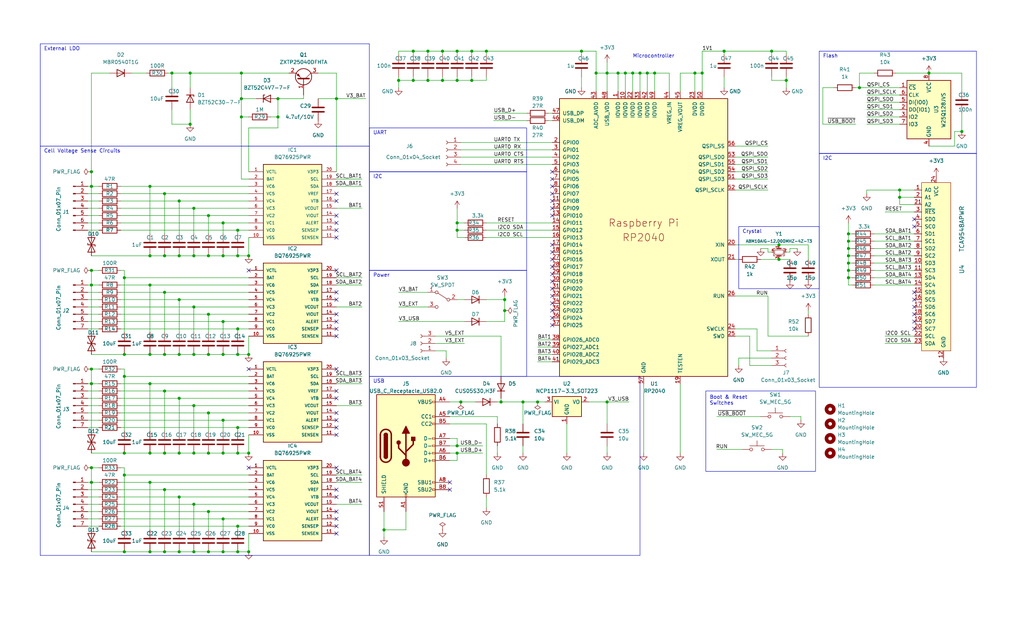
<source format=kicad_sch>
(kicad_sch (version 20231120) (generator "eeschema") (generator_version "8.0")
  (paper "USLegal")
  (title_block (title "Battery Telemetry") (company "UAVs @ Berkeley") (comment 1 "Can be powered by flight computer or directly from battery via SW3A") (comment 2 "Do not attach anything to C44,C45,C47 as it is an internal 1V1 reference for U1") (comment 3 "C46 should be close to pin 44 of U1") (comment 4 "C47 should be close to pin 45 of U1") (comment 5 "R39 and R40 should be close to U1"))
  (junction (at 57.15 170.18))
  (junction (at 116.84 34.29))
  (junction (at 66.04 43.18))
  (junction (at 96.52 40.64))
  (junction (at 77.47 146.05))
  (junction (at 77.47 191.77))
  (junction (at 77.47 157.48))
  (junction (at 62.23 104.14))
  (junction (at 173.99 139.7))
  (junction (at 298.45 30.48))
  (junction (at 312.42 68.58))
  (junction (at 77.47 111.76))
  (junction (at 175.26 107.95))
  (junction (at 43.18 96.52))
  (junction (at 31.75 133.35))
  (junction (at 148.59 17.78))
  (junction (at 133.35 184.15))
  (junction (at 57.15 191.77))
  (junction (at 294.64 86.36))
  (junction (at 72.39 74.93))
  (junction (at 62.23 69.85))
  (junction (at 163.83 27.94))
  (junction (at 83.82 34.29))
  (junction (at 62.23 88.9))
  (junction (at 267.97 17.78))
  (junction (at 158.75 154.94))
  (junction (at 86.36 88.9))
  (junction (at 251.46 17.78))
  (junction (at 31.75 93.98))
  (junction (at 294.64 88.9))
  (junction (at 67.31 157.48))
  (junction (at 224.79 25.4))
  (junction (at 67.31 140.97))
  (junction (at 59.69 25.4))
  (junction (at 181.61 139.7))
  (junction (at 57.15 135.89))
  (junction (at 31.75 99.06))
  (junction (at 57.15 101.6))
  (junction (at 222.25 25.4))
  (junction (at 77.47 180.34))
  (junction (at 153.67 17.78))
  (junction (at 31.75 162.56))
  (junction (at 294.64 93.98))
  (junction (at 67.31 175.26))
  (junction (at 294.64 81.28))
  (junction (at 66.04 25.4))
  (junction (at 83.82 40.64))
  (junction (at 62.23 138.43))
  (junction (at 43.18 123.19))
  (junction (at 294.64 91.44))
  (junction (at 52.07 64.77))
  (junction (at 82.55 88.9))
  (junction (at 227.33 25.4))
  (junction (at 43.18 191.77))
  (junction (at 43.18 165.1))
  (junction (at 210.82 25.4))
  (junction (at 82.55 148.59))
  (junction (at 82.55 80.01))
  (junction (at 52.07 88.9))
  (junction (at 67.31 72.39))
  (junction (at 243.84 25.4))
  (junction (at 72.39 177.8))
  (junction (at 67.31 88.9))
  (junction (at 214.63 25.4))
  (junction (at 72.39 109.22))
  (junction (at 82.55 157.48))
  (junction (at 175.26 104.14))
  (junction (at 207.01 25.4))
  (junction (at 143.51 27.94))
  (junction (at 31.75 167.64))
  (junction (at 62.23 157.48))
  (junction (at 62.23 172.72))
  (junction (at 148.59 27.94))
  (junction (at 86.36 157.48))
  (junction (at 86.36 191.77))
  (junction (at 72.39 191.77))
  (junction (at 217.17 25.4))
  (junction (at 67.31 191.77))
  (junction (at 322.58 25.4))
  (junction (at 82.55 114.3))
  (junction (at 72.39 88.9))
  (junction (at 158.75 157.48))
  (junction (at 52.07 191.77))
  (junction (at 210.82 139.7))
  (junction (at 77.47 123.19))
  (junction (at 219.71 25.4))
  (junction (at 82.55 123.19))
  (junction (at 270.51 85.09))
  (junction (at 158.75 17.78))
  (junction (at 241.3 25.4))
  (junction (at 52.07 167.64))
  (junction (at 153.67 27.94))
  (junction (at 52.07 133.35))
  (junction (at 168.91 17.78))
  (junction (at 72.39 123.19))
  (junction (at 57.15 157.48))
  (junction (at 158.75 27.94))
  (junction (at 62.23 191.77))
  (junction (at 57.15 123.19))
  (junction (at 86.36 123.19))
  (junction (at 96.52 34.29))
  (junction (at 67.31 123.19))
  (junction (at 82.55 191.77))
  (junction (at 294.64 96.52))
  (junction (at 186.69 139.7))
  (junction (at 82.55 182.88))
  (junction (at 143.51 17.78))
  (junction (at 158.75 80.01))
  (junction (at 138.43 27.94))
  (junction (at 57.15 88.9))
  (junction (at 83.82 25.4))
  (junction (at 160.02 139.7))
  (junction (at 72.39 157.48))
  (junction (at 57.15 67.31))
  (junction (at 201.93 17.78))
  (junction (at 158.75 77.47))
  (junction (at 334.01 45.72))
  (junction (at 294.64 83.82))
  (junction (at 52.07 99.06))
  (junction (at 273.05 27.94))
  (junction (at 62.23 123.19))
  (junction (at 312.42 66.04))
  (junction (at 52.07 157.48))
  (junction (at 163.83 17.78))
  (junction (at 72.39 143.51))
  (junction (at 77.47 77.47))
  (junction (at 43.18 157.48))
  (junction (at 77.47 88.9))
  (junction (at 31.75 64.77))
  (junction (at 270.51 90.17))
  (junction (at 43.18 130.81))
  (junction (at 31.75 59.69))
  (junction (at 67.31 106.68))
  (junction (at 31.75 128.27))
  (junction (at 52.07 123.19))
  (no_connect (at 116.84 114.3))
  (no_connect (at 317.5 114.3))
  (no_connect (at 116.84 93.98))
  (no_connect (at 191.77 100.33))
  (no_connect (at 116.84 109.22))
  (no_connect (at 317.5 109.22))
  (no_connect (at 116.84 67.31))
  (no_connect (at 116.84 182.88))
  (no_connect (at 116.84 138.43))
  (no_connect (at 191.77 90.17))
  (no_connect (at 317.5 106.68))
  (no_connect (at 86.36 128.27))
  (no_connect (at 191.77 92.71))
  (no_connect (at 317.5 76.2))
  (no_connect (at 191.77 110.49))
  (no_connect (at 116.84 177.8))
  (no_connect (at 191.77 64.77))
  (no_connect (at 191.77 105.41))
  (no_connect (at 116.84 151.13))
  (no_connect (at 191.77 67.31))
  (no_connect (at 116.84 128.27))
  (no_connect (at 116.84 172.72))
  (no_connect (at 156.21 170.18))
  (no_connect (at 116.84 69.85))
  (no_connect (at 317.5 78.74))
  (no_connect (at 191.77 69.85))
  (no_connect (at 191.77 59.69))
  (no_connect (at 191.77 97.79))
  (no_connect (at 116.84 77.47))
  (no_connect (at 116.84 148.59))
  (no_connect (at 191.77 85.09))
  (no_connect (at 116.84 135.89))
  (no_connect (at 116.84 101.6))
  (no_connect (at 116.84 170.18))
  (no_connect (at 116.84 82.55))
  (no_connect (at 191.77 72.39))
  (no_connect (at 191.77 74.93))
  (no_connect (at 191.77 62.23))
  (no_connect (at 86.36 93.98))
  (no_connect (at 116.84 143.51))
  (no_connect (at 191.77 95.25))
  (no_connect (at 116.84 185.42))
  (no_connect (at 86.36 162.56))
  (no_connect (at 116.84 80.01))
  (no_connect (at 191.77 107.95))
  (no_connect (at 116.84 162.56))
  (no_connect (at 317.5 111.76))
  (no_connect (at 191.77 87.63))
  (no_connect (at 116.84 104.14))
  (no_connect (at 116.84 74.93))
  (no_connect (at 156.21 167.64))
  (no_connect (at 116.84 111.76))
  (no_connect (at 116.84 180.34))
  (no_connect (at 317.5 104.14))
  (no_connect (at 191.77 113.03))
  (no_connect (at 317.5 101.6))
  (no_connect (at 116.84 146.05))
  (no_connect (at 116.84 116.84))
  (no_connect (at 191.77 102.87))
  (wire (pts (xy 30.48 172.72) (xy 34.29 172.72)))
  (wire (pts (xy 280.67 109.22) (xy 280.67 107.95)))
  (wire (pts (xy 294.64 83.82) (xy 294.64 86.36)))
  (wire (pts (xy 227.33 25.4) (xy 227.33 31.75)))
  (wire (pts (xy 31.75 93.98) (xy 34.29 93.98)))
  (wire (pts (xy 52.07 191.77) (xy 57.15 191.77)))
  (wire (pts (xy 172.72 154.94) (xy 172.72 157.48)))
  (wire (pts (xy 190.5 41.91) (xy 191.77 41.91)))
  (wire (pts (xy 158.75 157.48) (xy 167.64 157.48)))
  (wire (pts (xy 86.36 62.23) (xy 83.82 62.23)))
  (wire (pts (xy 257.81 156.21) (xy 248.92 156.21)))
  (wire (pts (xy 41.91 109.22) (xy 72.39 109.22)))
  (wire (pts (xy 148.59 17.78) (xy 153.67 17.78)))
  (wire (pts (xy 30.48 114.3) (xy 34.29 114.3)))
  (wire (pts (xy 294.64 88.9) (xy 295.91 88.9)))
  (wire (pts (xy 86.36 44.45) (xy 96.52 44.45)))
  (wire (pts (xy 138.43 17.78) (xy 143.51 17.78)))
  (wire (pts (xy 57.15 67.31) (xy 86.36 67.31)))
  (wire (pts (xy 116.84 25.4) (xy 116.84 34.29)))
  (wire (pts (xy 77.47 77.47) (xy 77.47 81.28)))
  (wire (pts (xy 57.15 170.18) (xy 86.36 170.18)))
  (wire (pts (xy 59.69 25.4) (xy 59.69 30.48)))
  (wire (pts (xy 196.85 147.32) (xy 196.85 157.48)))
  (wire (pts (xy 41.91 93.98) (xy 43.18 93.98)))
  (wire (pts (xy 30.48 109.22) (xy 34.29 109.22)))
  (wire (pts (xy 67.31 175.26) (xy 67.31 184.15)))
  (wire (pts (xy 41.91 74.93) (xy 72.39 74.93)))
  (wire (pts (xy 285.75 43.18) (xy 297.18 43.18)))
  (wire (pts (xy 172.72 144.78) (xy 156.21 144.78)))
  (wire (pts (xy 59.69 25.4) (xy 66.04 25.4)))
  (wire (pts (xy 116.84 64.77) (xy 125.73 64.77)))
  (wire (pts (xy 82.55 148.59) (xy 82.55 149.86)))
  (wire (pts (xy 30.48 148.59) (xy 34.29 148.59)))
  (wire (pts (xy 41.91 138.43) (xy 62.23 138.43)))
  (wire (pts (xy 173.99 139.7) (xy 181.61 139.7)))
  (wire (pts (xy 312.42 68.58) (xy 317.5 68.58)))
  (wire (pts (xy 59.69 43.18) (xy 66.04 43.18)))
  (wire (pts (xy 116.84 167.64) (xy 125.73 167.64)))
  (wire (pts (xy 133.35 177.8) (xy 133.35 184.15)))
  (wire (pts (xy 227.33 25.4) (xy 232.41 25.4)))
  (wire (pts (xy 312.42 33.02) (xy 300.99 33.02)))
  (wire (pts (xy 30.48 111.76) (xy 34.29 111.76)))
  (wire (pts (xy 307.34 116.84) (xy 317.5 116.84)))
  (wire (pts (xy 52.07 167.64) (xy 52.07 184.15)))
  (wire (pts (xy 153.67 26.67) (xy 153.67 27.94)))
  (wire (pts (xy 43.18 130.81) (xy 43.18 149.86)))
  (wire (pts (xy 57.15 135.89) (xy 57.15 149.86)))
  (wire (pts (xy 312.42 71.12) (xy 312.42 68.58)))
  (wire (pts (xy 83.82 34.29) (xy 88.9 34.29)))
  (wire (pts (xy 30.48 77.47) (xy 34.29 77.47)))
  (wire (pts (xy 30.48 72.39) (xy 34.29 72.39)))
  (wire (pts (xy 294.64 93.98) (xy 295.91 93.98)))
  (wire (pts (xy 86.36 185.42) (xy 86.36 191.77)))
  (wire (pts (xy 334.01 25.4) (xy 334.01 31.75)))
  (wire (pts (xy 273.05 17.78) (xy 267.97 17.78)))
  (wire (pts (xy 207.01 25.4) (xy 210.82 25.4)))
  (wire (pts (xy 312.42 43.18) (xy 300.99 43.18)))
  (wire (pts (xy 77.47 180.34) (xy 86.36 180.34)))
  (wire (pts (xy 41.91 162.56) (xy 43.18 162.56)))
  (wire (pts (xy 298.45 30.48) (xy 312.42 30.48)))
  (wire (pts (xy 72.39 109.22) (xy 72.39 115.57)))
  (wire (pts (xy 96.52 34.29) (xy 96.52 40.64)))
  (wire (pts (xy 31.75 99.06) (xy 31.75 115.57)))
  (wire (pts (xy 41.91 146.05) (xy 77.47 146.05)))
  (wire (pts (xy 77.47 111.76) (xy 86.36 111.76)))
  (wire (pts (xy 82.55 114.3) (xy 86.36 114.3)))
  (wire (pts (xy 62.23 172.72) (xy 86.36 172.72)))
  (wire (pts (xy 224.79 25.4) (xy 224.79 31.75)))
  (wire (pts (xy 210.82 139.7) (xy 218.44 139.7)))
  (wire (pts (xy 307.34 119.38) (xy 317.5 119.38)))
  (wire (pts (xy 222.25 25.4) (xy 224.79 25.4)))
  (wire (pts (xy 72.39 177.8) (xy 86.36 177.8)))
  (wire (pts (xy 172.72 144.78) (xy 172.72 147.32)))
  (wire (pts (xy 41.91 72.39) (xy 67.31 72.39)))
  (wire (pts (xy 158.75 154.94) (xy 167.64 154.94)))
  (wire (pts (xy 83.82 40.64) (xy 83.82 34.29)))
  (wire (pts (xy 41.91 175.26) (xy 67.31 175.26)))
  (wire (pts (xy 181.61 139.7) (xy 186.69 139.7)))
  (wire (pts (xy 158.75 104.14) (xy 161.29 104.14)))
  (wire (pts (xy 116.84 62.23) (xy 125.73 62.23)))
  (wire (pts (xy 312.42 35.56) (xy 300.99 35.56)))
  (wire (pts (xy 312.42 40.64) (xy 300.99 40.64)))
  (wire (pts (xy 67.31 157.48) (xy 72.39 157.48)))
  (wire (pts (xy 43.18 123.19) (xy 31.75 123.19)))
  (wire (pts (xy 82.55 157.48) (xy 86.36 157.48)))
  (wire (pts (xy 191.77 120.65) (xy 186.69 120.65)))
  (wire (pts (xy 243.84 25.4) (xy 243.84 17.78)))
  (wire (pts (xy 67.31 72.39) (xy 67.31 81.28)))
  (wire (pts (xy 67.31 106.68) (xy 86.36 106.68)))
  (wire (pts (xy 30.48 143.51) (xy 34.29 143.51)))
  (wire (pts (xy 161.29 82.55) (xy 158.75 82.55)))
  (wire (pts (xy 219.71 25.4) (xy 219.71 31.75)))
  (wire (pts (xy 191.77 123.19) (xy 186.69 123.19)))
  (wire (pts (xy 295.91 91.44) (xy 294.64 91.44)))
  (wire (pts (xy 222.25 25.4) (xy 222.25 31.75)))
  (wire (pts (xy 156.21 154.94) (xy 158.75 154.94)))
  (wire (pts (xy 255.27 50.8) (xy 266.7 50.8)))
  (wire (pts (xy 158.75 17.78) (xy 158.75 19.05)))
  (wire (pts (xy 274.32 144.78) (xy 278.13 144.78)))
  (wire (pts (xy 41.91 167.64) (xy 52.07 167.64)))
  (wire (pts (xy 116.84 34.29) (xy 110.49 34.29)))
  (wire (pts (xy 274.32 87.63) (xy 273.05 87.63)))
  (wire (pts (xy 153.67 17.78) (xy 158.75 17.78)))
  (wire (pts (xy 294.64 91.44) (xy 294.64 93.98)))
  (wire (pts (xy 31.75 157.48) (xy 43.18 157.48)))
  (wire (pts (xy 175.26 107.95) (xy 175.26 104.14)))
  (wire (pts (xy 30.48 135.89) (xy 34.29 135.89)))
  (wire (pts (xy 43.18 96.52) (xy 86.36 96.52)))
  (wire (pts (xy 312.42 68.58) (xy 312.42 66.04)))
  (wire (pts (xy 168.91 147.32) (xy 156.21 147.32)))
  (wire (pts (xy 31.75 133.35) (xy 31.75 128.27)))
  (wire (pts (xy 264.16 90.17) (xy 270.51 90.17)))
  (wire (pts (xy 52.07 167.64) (xy 86.36 167.64)))
  (wire (pts (xy 154.94 121.92) (xy 154.94 124.46)))
  (wire (pts (xy 175.26 104.14) (xy 175.26 102.87)))
  (wire (pts (xy 30.48 138.43) (xy 34.29 138.43)))
  (wire (pts (xy 271.78 156.21) (xy 271.78 157.48)))
  (wire (pts (xy 158.75 152.4) (xy 158.75 154.94)))
  (wire (pts (xy 143.51 17.78) (xy 143.51 19.05)))
  (wire (pts (xy 72.39 74.93) (xy 86.36 74.93)))
  (wire (pts (xy 294.64 96.52) (xy 294.64 99.06)))
  (wire (pts (xy 210.82 147.32) (xy 210.82 139.7)))
  (wire (pts (xy 62.23 104.14) (xy 86.36 104.14)))
  (wire (pts (xy 67.31 106.68) (xy 67.31 115.57)))
  (wire (pts (xy 219.71 25.4) (xy 222.25 25.4)))
  (wire (pts (xy 82.55 148.59) (xy 86.36 148.59)))
  (wire (pts (xy 30.48 64.77) (xy 31.75 64.77)))
  (wire (pts (xy 41.91 101.6) (xy 57.15 101.6)))
  (wire (pts (xy 303.53 96.52) (xy 317.5 96.52)))
  (wire (pts (xy 148.59 26.67) (xy 148.59 27.94)))
  (wire (pts (xy 67.31 140.97) (xy 67.31 149.86)))
  (wire (pts (xy 77.47 146.05) (xy 86.36 146.05)))
  (wire (pts (xy 266.7 86.36) (xy 266.7 87.63)))
  (wire (pts (xy 83.82 34.29) (xy 83.82 25.4)))
  (wire (pts (xy 41.91 140.97) (xy 67.31 140.97)))
  (wire (pts (xy 72.39 157.48) (xy 77.47 157.48)))
  (wire (pts (xy 62.23 138.43) (xy 62.23 149.86)))
  (wire (pts (xy 116.84 133.35) (xy 125.73 133.35)))
  (wire (pts (xy 31.75 167.64) (xy 34.29 167.64)))
  (wire (pts (xy 295.91 86.36) (xy 294.64 86.36)))
  (wire (pts (xy 168.91 165.1) (xy 168.91 147.32)))
  (wire (pts (xy 295.91 96.52) (xy 294.64 96.52)))
  (wire (pts (xy 43.18 162.56) (xy 43.18 165.1)))
  (wire (pts (xy 160.02 49.53) (xy 191.77 49.53)))
  (wire (pts (xy 77.47 146.05) (xy 77.47 149.86)))
  (wire (pts (xy 31.75 191.77) (xy 43.18 191.77)))
  (wire (pts (xy 30.48 101.6) (xy 34.29 101.6)))
  (wire (pts (xy 278.13 144.78) (xy 278.13 146.05)))
  (wire (pts (xy 77.47 157.48) (xy 82.55 157.48)))
  (wire (pts (xy 267.97 27.94) (xy 273.05 27.94)))
  (wire (pts (xy 41.91 114.3) (xy 82.55 114.3)))
  (wire (pts (xy 82.55 182.88) (xy 86.36 182.88)))
  (wire (pts (xy 243.84 17.78) (xy 251.46 17.78)))
  (wire (pts (xy 156.21 152.4) (xy 158.75 152.4)))
  (wire (pts (xy 255.27 66.04) (xy 266.7 66.04)))
  (wire (pts (xy 201.93 26.67) (xy 201.93 30.48)))
  (wire (pts (xy 43.18 96.52) (xy 43.18 115.57)))
  (wire (pts (xy 31.75 25.4) (xy 38.1 25.4)))
  (wire (pts (xy 77.47 77.47) (xy 86.36 77.47)))
  (wire (pts (xy 45.72 25.4) (xy 50.8 25.4)))
  (wire (pts (xy 264.16 144.78) (xy 248.92 144.78)))
  (wire (pts (xy 82.55 191.77) (xy 86.36 191.77)))
  (wire (pts (xy 255.27 85.09) (xy 270.51 85.09)))
  (wire (pts (xy 148.59 27.94) (xy 153.67 27.94)))
  (wire (pts (xy 52.07 123.19) (xy 57.15 123.19)))
  (wire (pts (xy 133.35 184.15) (xy 133.35 186.69)))
  (wire (pts (xy 116.84 34.29) (xy 127 34.29)))
  (wire (pts (xy 83.82 40.64) (xy 86.36 40.64)))
  (wire (pts (xy 138.43 106.68) (xy 148.59 106.68)))
  (wire (pts (xy 168.91 80.01) (xy 191.77 80.01)))
  (wire (pts (xy 307.34 73.66) (xy 317.5 73.66)))
  (wire (pts (xy 156.21 139.7) (xy 160.02 139.7)))
  (wire (pts (xy 267.97 156.21) (xy 271.78 156.21)))
  (wire (pts (xy 243.84 25.4) (xy 243.84 31.75)))
  (wire (pts (xy 41.91 172.72) (xy 62.23 172.72)))
  (wire (pts (xy 67.31 72.39) (xy 86.36 72.39)))
  (wire (pts (xy 241.3 25.4) (xy 241.3 31.75)))
  (wire (pts (xy 116.84 106.68) (xy 125.73 106.68)))
  (wire (pts (xy 214.63 25.4) (xy 214.63 31.75)))
  (wire (pts (xy 140.97 177.8) (xy 140.97 184.15)))
  (wire (pts (xy 30.48 177.8) (xy 34.29 177.8)))
  (wire (pts (xy 116.84 175.26) (xy 125.73 175.26)))
  (wire (pts (xy 214.63 25.4) (xy 217.17 25.4)))
  (wire (pts (xy 67.31 123.19) (xy 72.39 123.19)))
  (wire (pts (xy 43.18 165.1) (xy 43.18 184.15)))
  (wire (pts (xy 210.82 25.4) (xy 214.63 25.4)))
  (wire (pts (xy 210.82 25.4) (xy 210.82 31.75)))
  (wire (pts (xy 280.67 85.09) (xy 280.67 90.17)))
  (wire (pts (xy 77.47 88.9) (xy 82.55 88.9)))
  (wire (pts (xy 267.97 127) (xy 260.35 127)))
  (wire (pts (xy 77.47 123.19) (xy 82.55 123.19)))
  (wire (pts (xy 62.23 69.85) (xy 86.36 69.85)))
  (wire (pts (xy 31.75 162.56) (xy 34.29 162.56)))
  (wire (pts (xy 158.75 27.94) (xy 163.83 27.94)))
  (wire (pts (xy 31.75 167.64) (xy 31.75 184.15)))
  (wire (pts (xy 66.04 25.4) (xy 83.82 25.4)))
  (wire (pts (xy 52.07 88.9) (xy 57.15 88.9)))
  (wire (pts (xy 105.41 34.29) (xy 96.52 34.29)))
  (wire (pts (xy 143.51 17.78) (xy 148.59 17.78)))
  (wire (pts (xy 181.61 154.94) (xy 181.61 157.48)))
  (wire (pts (xy 86.36 151.13) (xy 86.36 157.48)))
  (wire (pts (xy 256.54 124.46) (xy 256.54 127)))
  (wire (pts (xy 298.45 25.4) (xy 298.45 30.48)))
  (wire (pts (xy 236.22 133.35) (xy 236.22 157.48)))
  (wire (pts (xy 133.35 184.15) (xy 140.97 184.15)))
  (wire (pts (xy 30.48 175.26) (xy 34.29 175.26)))
  (wire (pts (xy 58.42 25.4) (xy 59.69 25.4)))
  (wire (pts (xy 168.91 77.47) (xy 191.77 77.47)))
  (wire (pts (xy 143.51 26.67) (xy 143.51 27.94)))
  (wire (pts (xy 52.07 64.77) (xy 86.36 64.77)))
  (wire (pts (xy 294.64 93.98) (xy 294.64 96.52)))
  (wire (pts (xy 160.02 54.61) (xy 191.77 54.61)))
  (wire (pts (xy 82.55 80.01) (xy 86.36 80.01)))
  (wire (pts (xy 311.15 25.4) (xy 322.58 25.4)))
  (wire (pts (xy 158.75 72.39) (xy 158.75 77.47)))
  (wire (pts (xy 262.89 114.3) (xy 255.27 114.3)))
  (wire (pts (xy 260.35 116.84) (xy 255.27 116.84)))
  (wire (pts (xy 153.67 17.78) (xy 153.67 19.05)))
  (wire (pts (xy 43.18 191.77) (xy 52.07 191.77)))
  (wire (pts (xy 294.64 77.47) (xy 294.64 81.28)))
  (wire (pts (xy 41.91 106.68) (xy 67.31 106.68)))
  (wire (pts (xy 57.15 123.19) (xy 62.23 123.19)))
  (wire (pts (xy 77.47 180.34) (xy 77.47 184.15)))
  (wire (pts (xy 43.18 123.19) (xy 52.07 123.19)))
  (wire (pts (xy 82.55 114.3) (xy 82.55 115.57)))
  (wire (pts (xy 190.5 39.37) (xy 191.77 39.37)))
  (wire (pts (xy 30.48 167.64) (xy 31.75 167.64)))
  (wire (pts (xy 30.48 140.97) (xy 34.29 140.97)))
  (wire (pts (xy 273.05 19.05) (xy 273.05 17.78)))
  (wire (pts (xy 52.07 157.48) (xy 57.15 157.48)))
  (wire (pts (xy 181.61 147.32) (xy 181.61 139.7)))
  (wire (pts (xy 83.82 25.4) (xy 100.33 25.4)))
  (wire (pts (xy 31.75 25.4) (xy 31.75 59.69)))
  (wire (pts (xy 331.47 45.72) (xy 331.47 50.8)))
  (wire (pts (xy 289.56 30.48) (xy 285.75 30.48)))
  (wire (pts (xy 262.89 121.92) (xy 262.89 114.3)))
  (wire (pts (xy 163.83 27.94) (xy 168.91 27.94)))
  (wire (pts (xy 294.64 83.82) (xy 295.91 83.82)))
  (wire (pts (xy 57.15 101.6) (xy 57.15 115.57)))
  (wire (pts (xy 57.15 135.89) (xy 86.36 135.89)))
  (wire (pts (xy 82.55 80.01) (xy 82.55 81.28)))
  (wire (pts (xy 31.75 133.35) (xy 34.29 133.35)))
  (wire (pts (xy 168.91 111.76) (xy 175.26 111.76)))
  (wire (pts (xy 303.53 93.98) (xy 317.5 93.98)))
  (wire (pts (xy 138.43 19.05) (xy 138.43 17.78)))
  (wire (pts (xy 191.77 118.11) (xy 186.69 118.11)))
  (wire (pts (xy 31.75 59.69) (xy 31.75 64.77)))
  (wire (pts (xy 110.49 25.4) (xy 116.84 25.4)))
  (wire (pts (xy 105.41 33.02) (xy 105.41 34.29)))
  (wire (pts (xy 67.31 175.26) (xy 86.36 175.26)))
  (wire (pts (xy 303.53 81.28) (xy 317.5 81.28)))
  (wire (pts (xy 163.83 17.78) (xy 168.91 17.78)))
  (wire (pts (xy 168.91 172.72) (xy 168.91 176.53)))
  (wire (pts (xy 31.75 128.27) (xy 34.29 128.27)))
  (wire (pts (xy 294.64 86.36) (xy 294.64 88.9)))
  (wire (pts (xy 72.39 88.9) (xy 77.47 88.9)))
  (wire (pts (xy 31.75 88.9) (xy 52.07 88.9)))
  (wire (pts (xy 297.18 30.48) (xy 298.45 30.48)))
  (wire (pts (xy 30.48 99.06) (xy 31.75 99.06)))
  (wire (pts (xy 57.15 67.31) (xy 57.15 81.28)))
  (wire (pts (xy 52.07 133.35) (xy 86.36 133.35)))
  (wire (pts (xy 30.48 146.05) (xy 34.29 146.05)))
  (wire (pts (xy 331.47 45.72) (xy 334.01 45.72)))
  (wire (pts (xy 207.01 17.78) (xy 201.93 17.78)))
  (wire (pts (xy 153.67 27.94) (xy 158.75 27.94)))
  (wire (pts (xy 172.72 139.7) (xy 173.99 139.7)))
  (wire (pts (xy 62.23 104.14) (xy 62.23 115.57)))
  (wire (pts (xy 334.01 45.72) (xy 334.01 39.37)))
  (wire (pts (xy 41.91 111.76) (xy 77.47 111.76)))
  (wire (pts (xy 43.18 165.1) (xy 86.36 165.1)))
  (wire (pts (xy 138.43 111.76) (xy 161.29 111.76)))
  (wire (pts (xy 303.53 88.9) (xy 317.5 88.9)))
  (wire (pts (xy 303.53 86.36) (xy 317.5 86.36)))
  (wire (pts (xy 30.48 104.14) (xy 34.29 104.14)))
  (wire (pts (xy 57.15 191.77) (xy 62.23 191.77)))
  (wire (pts (xy 41.91 128.27) (xy 43.18 128.27)))
  (wire (pts (xy 41.91 170.18) (xy 57.15 170.18)))
  (wire (pts (xy 116.84 140.97) (xy 125.73 140.97)))
  (wire (pts (xy 41.91 99.06) (xy 52.07 99.06)))
  (wire (pts (xy 285.75 30.48) (xy 285.75 43.18)))
  (wire (pts (xy 116.84 165.1) (xy 125.73 165.1)))
  (wire (pts (xy 41.91 135.89) (xy 57.15 135.89)))
  (wire (pts (xy 72.39 88.9) (xy 67.31 88.9)))
  (wire (pts (xy 186.69 139.7) (xy 189.23 139.7)))
  (wire (pts (xy 241.3 25.4) (xy 243.84 25.4)))
  (wire (pts (xy 156.21 157.48) (xy 158.75 157.48)))
  (wire (pts (xy 57.15 157.48) (xy 62.23 157.48)))
  (wire (pts (xy 116.84 96.52) (xy 125.73 96.52)))
  (wire (pts (xy 30.48 106.68) (xy 34.29 106.68)))
  (wire (pts (xy 31.75 133.35) (xy 31.75 149.86)))
  (wire (pts (xy 303.53 99.06) (xy 317.5 99.06)))
  (wire (pts (xy 273.05 27.94) (xy 273.05 30.48)))
  (wire (pts (xy 138.43 27.94) (xy 138.43 30.48)))
  (wire (pts (xy 210.82 154.94) (xy 210.82 157.48)))
  (wire (pts (xy 267.97 121.92) (xy 262.89 121.92)))
  (wire (pts (xy 43.18 157.48) (xy 52.07 157.48)))
  (wire (pts (xy 251.46 26.67) (xy 251.46 30.48)))
  (wire (pts (xy 151.13 121.92) (xy 154.94 121.92)))
  (wire (pts (xy 161.29 77.47) (xy 158.75 77.47)))
  (wire (pts (xy 168.91 17.78) (xy 168.91 19.05)))
  (wire (pts (xy 173.99 116.84) (xy 173.99 130.81)))
  (wire (pts (xy 30.48 74.93) (xy 34.29 74.93)))
  (wire (pts (xy 30.48 170.18) (xy 34.29 170.18)))
  (wire (pts (xy 158.75 77.47) (xy 158.75 80.01)))
  (wire (pts (xy 30.48 67.31) (xy 34.29 67.31)))
  (wire (pts (xy 72.39 191.77) (xy 77.47 191.77)))
  (wire (pts (xy 43.18 93.98) (xy 43.18 96.52)))
  (wire (pts (xy 207.01 25.4) (xy 207.01 31.75)))
  (wire (pts (xy 236.22 25.4) (xy 241.3 25.4)))
  (wire (pts (xy 41.91 180.34) (xy 77.47 180.34)))
  (wire (pts (xy 30.48 133.35) (xy 31.75 133.35)))
  (wire (pts (xy 232.41 31.75) (xy 232.41 25.4)))
  (wire (pts (xy 294.64 99.06) (xy 295.91 99.06)))
  (wire (pts (xy 43.18 130.81) (xy 86.36 130.81)))
  (wire (pts (xy 201.93 17.78) (xy 201.93 19.05)))
  (wire (pts (xy 116.84 99.06) (xy 125.73 99.06)))
  (wire (pts (xy 303.53 25.4) (xy 298.45 25.4)))
  (wire (pts (xy 201.93 17.78) (xy 168.91 17.78)))
  (wire (pts (xy 41.91 69.85) (xy 62.23 69.85)))
  (wire (pts (xy 312.42 38.1) (xy 300.99 38.1)))
  (wire (pts (xy 210.82 21.59) (xy 210.82 25.4)))
  (wire (pts (xy 295.91 81.28) (xy 294.64 81.28)))
  (wire (pts (xy 168.91 27.94) (xy 168.91 26.67)))
  (wire (pts (xy 31.75 64.77) (xy 31.75 81.28)))
  (wire (pts (xy 255.27 59.69) (xy 266.7 59.69)))
  (wire (pts (xy 255.27 57.15) (xy 266.7 57.15)))
  (wire (pts (xy 52.07 64.77) (xy 52.07 81.28)))
  (wire (pts (xy 82.55 123.19) (xy 86.36 123.19)))
  (wire (pts (xy 41.91 182.88) (xy 82.55 182.88)))
  (wire (pts (xy 30.48 69.85) (xy 34.29 69.85)))
  (wire (pts (xy 273.05 26.67) (xy 273.05 27.94)))
  (wire (pts (xy 138.43 27.94) (xy 143.51 27.94)))
  (wire (pts (xy 270.51 90.17) (xy 274.32 90.17)))
  (wire (pts (xy 116.84 130.81) (xy 125.73 130.81)))
  (wire (pts (xy 266.7 116.84) (xy 266.7 102.87)))
  (wire (pts (xy 72.39 143.51) (xy 72.39 149.86)))
  (wire (pts (xy 267.97 17.78) (xy 267.97 19.05)))
  (wire (pts (xy 312.42 66.04) (xy 317.5 66.04)))
  (wire (pts (xy 57.15 170.18) (xy 57.15 184.15)))
  (wire (pts (xy 86.36 82.55) (xy 86.36 88.9)))
  (wire (pts (xy 86.36 116.84) (xy 86.36 123.19)))
  (wire (pts (xy 224.79 25.4) (xy 227.33 25.4)))
  (wire (pts (xy 96.52 44.45) (xy 96.52 40.64)))
  (wire (pts (xy 160.02 57.15) (xy 191.77 57.15)))
  (wire (pts (xy 86.36 59.69) (xy 86.36 44.45)))
  (wire (pts (xy 31.75 99.06) (xy 31.75 93.98)))
  (wire (pts (xy 255.27 54.61) (xy 266.7 54.61)))
  (wire (pts (xy 204.47 139.7) (xy 210.82 139.7)))
  (wire (pts (xy 207.01 17.78) (xy 207.01 25.4)))
  (wire (pts (xy 62.23 172.72) (xy 62.23 184.15)))
  (wire (pts (xy 171.45 39.37) (xy 182.88 39.37)))
  (wire (pts (xy 266.7 87.63) (xy 267.97 87.63)))
  (wire (pts (xy 62.23 157.48) (xy 67.31 157.48)))
  (wire (pts (xy 41.91 64.77) (xy 52.07 64.77)))
  (wire (pts (xy 41.91 177.8) (xy 72.39 177.8)))
  (wire (pts (xy 151.13 116.84) (xy 173.99 116.84)))
  (wire (pts (xy 41.91 80.01) (xy 82.55 80.01)))
  (wire (pts (xy 116.84 34.29) (xy 116.84 59.69)))
  (wire (pts (xy 143.51 27.94) (xy 148.59 27.94)))
  (wire (pts (xy 72.39 143.51) (xy 86.36 143.51)))
  (wire (pts (xy 294.64 88.9) (xy 294.64 91.44)))
  (wire (pts (xy 52.07 99.06) (xy 86.36 99.06)))
  (wire (pts (xy 160.02 52.07) (xy 191.77 52.07)))
  (wire (pts (xy 280.67 116.84) (xy 266.7 116.84)))
  (wire (pts (xy 41.91 67.31) (xy 57.15 67.31)))
  (wire (pts (xy 62.23 138.43) (xy 86.36 138.43)))
  (wire (pts (xy 59.69 43.18) (xy 59.69 38.1)))
  (wire (pts (xy 274.32 86.36) (xy 274.32 87.63)))
  (wire (pts (xy 255.27 90.17) (xy 256.54 90.17)))
  (wire (pts (xy 72.39 177.8) (xy 72.39 184.15)))
  (wire (pts (xy 276.86 86.36) (xy 274.32 86.36)))
  (wire (pts (xy 77.47 191.77) (xy 82.55 191.77)))
  (wire (pts (xy 72.39 74.93) (xy 72.39 81.28)))
  (wire (pts (xy 158.75 17.78) (xy 163.83 17.78)))
  (wire (pts (xy 138.43 26.67) (xy 138.43 27.94)))
  (wire (pts (xy 303.53 83.82) (xy 317.5 83.82)))
  (wire (pts (xy 31.75 167.64) (xy 31.75 162.56)))
  (wire (pts (xy 158.75 82.55) (xy 158.75 80.01)))
  (wire (pts (xy 251.46 17.78) (xy 251.46 19.05)))
  (wire (pts (xy 148.59 17.78) (xy 148.59 19.05)))
  (wire (pts (xy 31.75 99.06) (xy 34.29 99.06)))
  (wire (pts (xy 93.98 40.64) (xy 96.52 40.64)))
  (wire (pts (xy 267.97 26.67) (xy 267.97 27.94)))
  (wire (pts (xy 62.23 69.85) (xy 62.23 81.28)))
  (wire (pts (xy 267.97 17.78) (xy 251.46 17.78)))
  (wire (pts (xy 57.15 101.6) (xy 86.36 101.6)))
  (wire (pts (xy 41.91 148.59) (xy 82.55 148.59)))
  (wire (pts (xy 168.91 104.14) (xy 175.26 104.14)))
  (wire (pts (xy 267.97 124.46) (xy 256.54 124.46)))
  (wire (pts (xy 52.07 99.06) (xy 52.07 115.57)))
  (wire (pts (xy 163.83 26.67) (xy 163.83 27.94)))
  (wire (pts (xy 72.39 123.19) (xy 77.47 123.19)))
  (wire (pts (xy 66.04 43.18) (xy 66.04 38.1)))
  (wire (pts (xy 41.91 104.14) (xy 62.23 104.14)))
  (wire (pts (xy 173.99 138.43) (xy 173.99 139.7)))
  (wire (pts (xy 62.23 191.77) (xy 67.31 191.77)))
  (wire (pts (xy 66.04 25.4) (xy 66.04 30.48)))
  (wire (pts (xy 62.23 88.9) (xy 67.31 88.9)))
  (wire (pts (xy 77.47 111.76) (xy 77.47 115.57)))
  (wire (pts (xy 138.43 101.6) (xy 148.59 101.6)))
  (wire (pts (xy 158.75 26.67) (xy 158.75 27.94)))
  (wire (pts (xy 72.39 109.22) (xy 86.36 109.22)))
  (wire (pts (xy 255.27 102.87) (xy 266.7 102.87)))
  (wire (pts (xy 116.84 72.39) (xy 125.73 72.39)))
  (wire (pts (xy 163.83 17.78) (xy 163.83 19.05)))
  (wire (pts (xy 171.45 41.91) (xy 182.88 41.91)))
  (wire (pts (xy 30.48 182.88) (xy 34.29 182.88)))
  (wire (pts (xy 191.77 125.73) (xy 186.69 125.73)))
  (wire (pts (xy 151.13 119.38) (xy 161.29 119.38)))
  (wire (pts (xy 300.99 66.04) (xy 300.99 67.31)))
  (wire (pts (xy 41.91 77.47) (xy 77.47 77.47)))
  (wire (pts (xy 175.26 111.76) (xy 175.26 107.95)))
  (wire (pts (xy 158.75 160.02) (xy 156.21 160.02)))
  (wire (pts (xy 82.55 88.9) (xy 86.36 88.9)))
  (wire (pts (xy 41.91 133.35) (xy 52.07 133.35)))
  (wire (pts (xy 41.91 143.51) (xy 72.39 143.51)))
  (wire (pts (xy 43.18 128.27) (xy 43.18 130.81)))
  (wire (pts (xy 294.64 81.28) (xy 294.64 83.82)))
  (wire (pts (xy 82.55 182.88) (xy 82.55 184.15)))
  (wire (pts (xy 303.53 91.44) (xy 317.5 91.44)))
  (wire (pts (xy 322.58 25.4) (xy 334.01 25.4)))
  (wire (pts (xy 160.02 139.7) (xy 165.1 139.7)))
  (wire (pts (xy 62.23 123.19) (xy 67.31 123.19)))
  (wire (pts (xy 158.75 157.48) (xy 158.75 160.02)))
  (wire (pts (xy 260.35 127) (xy 260.35 116.84)))
  (wire (pts (xy 322.58 50.8) (xy 331.47 50.8)))
  (wire (pts (xy 57.15 88.9) (xy 62.23 88.9)))
  (wire (pts (xy 168.91 82.55) (xy 191.77 82.55)))
  (wire (pts (xy 67.31 191.77) (xy 72.39 191.77)))
  (wire (pts (xy 30.48 180.34) (xy 34.29 180.34)))
  (wire (pts (xy 255.27 62.23) (xy 266.7 62.23)))
  (wire (pts (xy 83.82 40.64) (xy 83.82 62.23)))
  (wire (pts (xy 31.75 64.77) (xy 34.29 64.77)))
  (wire (pts (xy 223.52 133.35) (xy 223.52 157.48)))
  (wire (pts (xy 30.48 80.01) (xy 34.29 80.01)))
  (wire (pts (xy 217.17 25.4) (xy 219.71 25.4)))
  (wire (pts (xy 236.22 31.75) (xy 236.22 25.4)))
  (wire (pts (xy 317.5 71.12) (xy 312.42 71.12)))
  (wire (pts (xy 264.16 86.36) (xy 266.7 86.36)))
  (wire (pts (xy 158.75 80.01) (xy 161.29 80.01)))
  (wire (pts (xy 270.51 85.09) (xy 280.67 85.09)))
  (wire (pts (xy 52.07 133.35) (xy 52.07 149.86)))
  (wire (pts (xy 312.42 66.04) (xy 300.99 66.04)))
  (wire (pts (xy 67.31 140.97) (xy 86.36 140.97)))
  (wire (pts (xy 217.17 25.4) (xy 217.17 31.75)))
  (rectangle (start 128.27 59.69) (end 182.88 93.98))
  (rectangle (start 128.27 44.45) (end 182.88 59.69))
  (rectangle (start 245.11 135.89) (end 283.21 163.83))
  (rectangle (start 128.27 15.24) (end 128.27 15.24))
  (rectangle (start 256.54 78.74) (end 284.48 100.33))
  (rectangle (start 13.97 50.8) (end 128.27 193.04))
  (rectangle (start 284.48 17.78) (end 339.09 53.34))
  (rectangle (start 128.27 93.98) (end 182.88 130.81))
  (rectangle (start 284.48 53.34) (end 339.09 134.62))
  (rectangle (start 128.27 130.81) (end 222.25 193.04))
  (rectangle (start 13.97 15.24) (end 128.27 50.8))
  (text "UART" (at 129.54 46.99 0) (effects (font (size 1.27 1.27)) (justify left bottom)))
  (text "Power" (at 129.54 96.52 0) (effects (font (size 1.27 1.27)) (justify left bottom)))
  (text "Boot & Reset\nSwitches" (at 246.38 140.97 0) (effects (font (size 1.27 1.27)) (justify left bottom)))
  (text "Cell Voltage Sense Circuits" (at 15.24 53.34 0) (effects (font (size 1.27 1.27)) (justify left bottom)))
  (text "I2C\n" (at 129.54 62.23 0) (effects (font (size 1.27 1.27)) (justify left bottom)))
  (text "Microcontroller" (at 219.71 20.32 0) (effects (font (size 1.27 1.27)) (justify left bottom)))
  (text "Flash" (at 285.75 20.32 0) (effects (font (size 1.27 1.27)) (justify left bottom)))
  (text "External LDO" (at 15.24 17.78 0) (effects (font (size 1.27 1.27)) (justify left bottom)))
  (text "Crystal" (at 257.81 81.28 0) (effects (font (size 1.27 1.27)) (justify left bottom)))
  (text "USB" (at 129.54 133.35 0) (effects (font (size 1.27 1.27)) (justify left bottom)))
  (text "I2C" (at 285.75 55.88 0) (effects (font (size 1.27 1.27)) (justify left bottom)))
  (label "BAT2" (at 125.73 106.68 180))
  (label "V3_EXT" (at 161.29 119.38 180))
  (label "SCL_BAT2" (at 307.34 88.9 0))
  (label "SCL_BAT4" (at 307.34 99.06 0))
  (label "V3_USB" (at 138.43 111.76 0))
  (label "QSPI_SD3" (at 266.7 62.23 180))
  (label "SDA_BAT1" (at 307.34 81.28 0))
  (label "QSPI_CS" (at 300.99 30.48 0))
  (label "QSPI_SCLK" (at 266.7 66.04 180))
  (label "I2C0 SCL" (at 307.34 116.84 0))
  (label "~{USB_BOOT}" (at 297.18 43.18 180))
  (label "RESET" (at 307.34 73.66 0))
  (label "SDA_BAT2" (at 125.73 99.06 180))
  (label "SDA_BAT4" (at 307.34 96.52 0))
  (label "UART0 CTS" (at 171.45 54.61 0))
  (label "I2C0 SCL" (at 172.72 82.55 0))
  (label "1V1" (at 243.84 17.78 0))
  (label "V3_USB" (at 218.44 139.7 180))
  (label "QSPI_SD3" (at 300.99 43.18 0))
  (label "SDA_BAT4" (at 125.73 167.64 180))
  (label "QSPI_SD1" (at 300.99 38.1 0))
  (label "V5_EXT" (at 161.29 116.84 180))
  (label "SCL_BAT1" (at 125.73 62.23 180))
  (label "QSPI_SCLK" (at 300.99 33.02 0))
  (label "SCL_BAT1" (at 307.34 83.82 0))
  (label "QSPI_SD1" (at 266.7 57.15 180))
  (label "SCL_BAT3" (at 125.73 130.81 180))
  (label "V3_BAT" (at 138.43 101.6 0))
  (label "SCL_BAT4" (at 125.73 165.1 180))
  (label "BAT2" (at 186.69 120.65 0))
  (label "SDA_BAT1" (at 125.73 64.77 180))
  (label "BAT4" (at 125.73 175.26 180))
  (label "BAT3" (at 186.69 123.19 0))
  (label "QSPI_SD2" (at 266.7 59.69 180))
  (label "BAT1" (at 125.73 72.39 180))
  (label "SDA_BAT3" (at 307.34 91.44 0))
  (label "SDA_BAT2" (at 307.34 86.36 0))
  (label "USB_D-" (at 167.64 154.94 180))
  (label "USB_D+" (at 167.64 157.48 180))
  (label "QSPI_SDO" (at 300.99 35.56 0))
  (label "USB_D+" (at 171.45 39.37 0))
  (label "UART0 TX" (at 171.45 49.53 0))
  (label "V3_BAT" (at 127 34.29 180))
  (label "SCL_BAT3" (at 307.34 93.98 0))
  (label "BAT4" (at 186.69 125.73 0))
  (label "QSPI_SD2" (at 300.99 40.64 0))
  (label "QSPI_CS" (at 266.7 50.8 180))
  (label "BAT1" (at 186.69 118.11 0))
  (label "UART0 RTS" (at 171.45 57.15 0))
  (label "SCL_BAT2" (at 125.73 96.52 180))
  (label "UART0 RX" (at 171.45 52.07 0))
  (label "BAT3" (at 125.73 140.97 180))
  (label "RESET" (at 172.72 77.47 0))
  (label "I2C0 SDA" (at 307.34 119.38 0))
  (label "~{USB_BOOT}" (at 259.08 144.78 180))
  (label "V3_EXT" (at 138.43 106.68 0))
  (label "RUN" (at 252.73 156.21 180))
  (label "QSPI_SDO" (at 266.7 54.61 180))
  (label "I2C0 SDA" (at 172.72 80.01 0))
  (label "USB_D-" (at 171.45 41.91 0))
  (label "RUN" (at 266.7 102.87 180))
  (label "SDA_BAT3" (at 125.73 133.35 180))
  (symbol (lib_id "Device:C") (at 52.07 187.96 0) (unit 1)
    (property "Reference" "C22" (at 50.8 185.42 0) (effects (justify left)))
    (property "Value" "1uF" (at 45.72 187.96 0) (effects (justify left)))
    (property "Footprint" "Capacitor_SMD:C_0805_2012Metric_Pad1.18x1.45mm_HandSolder" (effects (hide yes)))
  )
  (symbol (lib_id "Device:R") (at 38.1 138.43 90) (unit 1)
    (property "Reference" "R17" (at 38.1 138.43 90))
    (property "Value" "47R" (effects (hide yes)))
    (property "Footprint" "Resistor_SMD:R_0805_2012Metric_Pad1.20x1.40mm_HandSolder" (effects (hide yes)))
  )
  (symbol (lib_id "Device:R") (at 168.91 168.91 0) (unit 1)
    (property "Reference" "R37" (at 171.45 167.64 0) (effects (justify left)))
    (property "Value" "5.1k" (at 171.45 170.18 0) (effects (justify left)))
    (property "Footprint" "Resistor_SMD:R_0805_2012Metric_Pad1.20x1.40mm_HandSolder" (effects (hide yes)))
  )
  (symbol (lib_id "Device:D") (at 173.99 134.62 90) (unit 1)
    (property "Reference" "D5" (at 176.53 133.35 90) (effects (justify right)))
    (property "Value" "CUS05S30,H3F" (effects (hide yes)))
    (property "Footprint" "Diode_SMD:D_SOD-323_HandSoldering" (effects (hide yes)))
    (property "Sim.Device" "D" (effects (hide yes)))
    (property "Sim.Pins" "1=K 2=A" (effects (hide yes)))
  )
  (symbol (lib_id "Mechanical:MountingHole") (at 288.29 157.48 0) (unit 1)
    (property "Reference" "H4" (at 290.83 156.21 0) (effects (justify left)))
    (property "Value" "MountingHole" (at 290.83 158.75 0) (effects (justify left)))
    (property "Footprint" "MountingHole:MountingHole_3.2mm_M3" (effects (hide yes)))
  )
  (symbol (lib_id "Device:C") (at 72.39 119.38 0) (unit 1)
    (property "Reference" "C12" (at 71.12 116.84 0) (effects (justify left)))
    (property "Value" "1uF" (effects (hide yes)))
    (property "Footprint" "Capacitor_SMD:C_0805_2012Metric_Pad1.18x1.45mm_HandSolder" (effects (hide yes)))
  )
  (symbol (lib_id "Device:R") (at 38.1 128.27 90) (unit 1)
    (property "Reference" "R32" (at 38.1 128.27 90))
    (property "Value" "100R" (at 38.1 125.73 90))
    (property "Footprint" "Resistor_SMD:R_0805_2012Metric_Pad1.20x1.40mm_HandSolder" (effects (hide yes)))
  )
  (symbol (lib_id "power:GND") (at 334.01 45.72 0) (unit 1)
    (property "Reference" "#PWR014" (effects (hide yes)))
    (property "Value" "GND" (at 334.01 50.8 0))
  )
  (symbol (lib_id "power:PWR_FLAG") (at 31.75 162.56 90) (unit 1)
    (property "Reference" "#FLG04" (effects (hide yes)))
    (property "Value" "PWR_FLAG" (at 27.94 162.56 90) (effects (justify left)))
  )
  (symbol (lib_id "Device:R") (at 38.1 180.34 90) (unit 1)
    (property "Reference" "R27" (at 38.1 180.34 90))
    (property "Value" "47R" (effects (hide yes)))
    (property "Footprint" "Resistor_SMD:R_0805_2012Metric_Pad1.20x1.40mm_HandSolder" (effects (hide yes)))
  )
  (symbol (lib_id "power:GND") (at 138.43 30.48 0) (unit 1)
    (property "Reference" "#PWR029" (effects (hide yes)))
    (property "Value" "GND" (at 134.62 31.75 0))
  )
  (symbol (lib_id "power:GND") (at 196.85 157.48 0) (unit 1)
    (property "Reference" "#PWR013" (effects (hide yes)))
    (property "Value" "GND" (at 196.85 162.56 0))
  )
  (symbol (lib_id "Device:R") (at 38.1 133.35 90) (unit 1)
    (property "Reference" "R15" (at 38.1 133.35 90))
    (property "Value" "47R" (at 38.1 130.81 90))
    (property "Footprint" "Resistor_SMD:R_0805_2012Metric_Pad1.20x1.40mm_HandSolder" (effects (hide yes)))
  )
  (symbol (lib_id "power:PWR_FLAG") (at 175.26 107.95 270) (unit 1)
    (property "Reference" "#FLG08" (effects (hide yes)))
    (property "Value" "PWR_FLAG" (at 179.07 104.14 0) (effects (justify left)))
  )
  (symbol (lib_id "Device:R") (at 54.61 25.4 90) (unit 1)
    (property "Reference" "R30" (at 54.61 25.4 90))
    (property "Value" "100R" (at 54.61 22.86 90))
    (property "Footprint" "Resistor_SMD:R_0805_2012Metric_Pad1.20x1.40mm_HandSolder" (effects (hide yes)))
  )
  (symbol (lib_id "Device:C") (at 57.15 187.96 0) (unit 1)
    (property "Reference" "C23" (at 55.88 185.42 0) (effects (justify left)))
    (property "Value" "1uF" (effects (hide yes)))
    (property "Footprint" "Capacitor_SMD:C_0805_2012Metric_Pad1.18x1.45mm_HandSolder" (effects (hide yes)))
  )
  (symbol (lib_id "Device:R") (at 38.1 72.39 90) (unit 1)
    (property "Reference" "R4" (at 38.1 72.39 90))
    (property "Value" "47R" (effects (hide yes)))
    (property "Footprint" "Resistor_SMD:R_0805_2012Metric_Pad1.20x1.40mm_HandSolder" (effects (hide yes)))
  )
  (symbol (lib_id "dk_Logic-Signal-Switches-Multiplexers-Decoders:TCA9548APWR") (at 325.12 88.9 0) (unit 1)
    (property "Reference" "U4" (at 334.01 95.25 90) (effects (font (size 1.524 1.524)) (justify left)))
    (property "Value" "TCA9548APWR" (at 334.01 87.63 90) (effects (font (size 1.524 1.524)) (justify left)))
    (property "Footprint" "Package_SO:TSSOP-24_4.4x7.8mm_P0.65mm" (effects (hide yes)))
    (property "Datasheet" "http://www.ti.com/general/docs/suppproductinfo.tsp?distId=10&gotoUrl=http%3A%2F%2Fwww.ti.com%2Flit%2Fgpn%2Ftca9548a" (effects (hide yes)))
    (property "Description" "IC I2C SW 8CH W/RESET 24TSSOP" (effects (hide yes)))
    (property "Digi-Key_PN" "296-34905-1-ND" (effects (hide yes)))
    (property "MPN" "TCA9548APWR" (effects (hide yes)))
    (property "Category" "Integrated Circuits (ICs)" (effects (hide yes)))
    (property "Family" "Logic - Signal Switches, Multiplexers, Decoders" (effects (hide yes)))
    (property "DK_Datasheet_Link" "http://www.ti.com/general/docs/suppproductinfo.tsp?distId=10&gotoUrl=http%3A%2F%2Fwww.ti.com%2Flit%2Fgpn%2Ftca9548a" (effects (hide yes)))
    (property "DK_Detail_Page" "/product-detail/en/texas-instruments/TCA9548APWR/296-34905-1-ND/3615448" (effects (hide yes)))
    (property "Manufacturer" "Texas Instruments" (effects (hide yes)))
    (property "Status" "Active" (effects (hide yes)))
  )
  (symbol (lib_id "Device:C") (at 52.07 85.09 0) (unit 1)
    (property "Reference" "C1" (at 50.8 82.55 0) (effects (justify left)))
    (property "Value" "1uF" (at 45.72 85.09 0) (effects (justify left)))
    (property "Footprint" "Capacitor_SMD:C_0805_2012Metric_Pad1.18x1.45mm_HandSolder" (effects (hide yes)))
  )
  (symbol (lib_id "Device:R") (at 299.72 86.36 90) (unit 1)
    (property "Reference" "R46" (at 300.99 86.36 90) (effects (justify left)))
    (property "Value" "3.3k" (effects (hide yes)))
    (property "Footprint" "Resistor_SMD:R_0805_2012Metric_Pad1.20x1.40mm_HandSolder" (effects (hide yes)))
  )
  (symbol (lib_id "Device:C") (at 280.67 93.98 0) (unit 1)
    (property "Reference" "C49" (at 279.4 91.44 0) (effects (justify left)))
    (property "Value" "15p" (at 279.4 96.52 0) (effects (justify left)))
    (property "Footprint" "Capacitor_SMD:C_0805_2012Metric_Pad1.18x1.45mm_HandSolder" (effects (hide yes)))
  )
  (symbol (lib_id "Device:C") (at 201.93 22.86 0) (unit 1)
    (property "Reference" "C46" (at 200.66 20.32 0) (effects (justify left)))
    (property "Value" "1u" (at 196.85 22.86 0) (effects (justify left)))
    (property "Footprint" "Capacitor_SMD:C_0805_2012Metric_Pad1.18x1.45mm_HandSolder" (effects (hide yes)))
  )
  (symbol (lib_id "Device:C") (at 67.31 119.38 0) (unit 1)
    (property "Reference" "C11" (at 66.04 116.84 0) (effects (justify left)))
    (property "Value" "1uF" (effects (hide yes)))
    (property "Footprint" "Capacitor_SMD:C_0805_2012Metric_Pad1.18x1.45mm_HandSolder" (effects (hide yes)))
  )
  (symbol (lib_id "Device:C") (at 62.23 187.96 0) (unit 1)
    (property "Reference" "C24" (at 60.96 185.42 0) (effects (justify left)))
    (property "Value" "1uF" (effects (hide yes)))
    (property "Footprint" "Capacitor_SMD:C_0805_2012Metric_Pad1.18x1.45mm_HandSolder" (effects (hide yes)))
  )
  (symbol (lib_id "Device:R") (at 299.72 91.44 90) (unit 1)
    (property "Reference" "R48" (at 300.99 91.44 90) (effects (justify left)))
    (property "Value" "3.3k" (effects (hide yes)))
    (property "Footprint" "Resistor_SMD:R_0805_2012Metric_Pad1.20x1.40mm_HandSolder" (effects (hide yes)))
  )
  (symbol (lib_id "Device:R") (at 299.72 99.06 90) (unit 1)
    (property "Reference" "R51" (at 300.99 99.06 90) (effects (justify left)))
    (property "Value" "3.3k" (effects (hide yes)))
    (property "Footprint" "Resistor_SMD:R_0805_2012Metric_Pad1.20x1.40mm_HandSolder" (effects (hide yes)))
  )
  (symbol (lib_id "Device:Q_PNP_BEC") (at 105.41 27.94 270) (mirror x) (unit 1)
    (property "Reference" "Q1" (at 105.41 19.05 90))
    (property "Value" "ZXTP25040DFHTA" (at 105.41 21.59 90))
    (property "Footprint" "Package_TO_SOT_SMD:SOT-23-3" (effects (hide yes)))
  )
  (symbol (lib_id "power:GND") (at 278.13 146.05 0) (mirror y) (unit 1)
    (property "Reference" "#PWR022" (effects (hide yes)))
    (property "Value" "GND" (at 278.13 151.13 0))
  )
  (symbol (lib_id "Device:C") (at 273.05 22.86 0) (unit 1)
    (property "Reference" "C45" (at 271.78 20.32 0) (effects (justify left)))
    (property "Value" "100n" (effects (hide yes)))
    (property "Footprint" "Capacitor_SMD:C_0805_2012Metric_Pad1.18x1.45mm_HandSolder" (effects (hide yes)))
  )
  (symbol (lib_id "power:GND") (at 86.36 191.77 0) (unit 1)
    (property "Reference" "#PWR04" (effects (hide yes)))
    (property "Value" "GND" (effects (hide yes)))
  )
  (symbol (lib_id "Device:C") (at 82.55 153.67 0) (unit 1)
    (property "Reference" "C21" (at 81.28 151.13 0) (effects (justify left)))
    (property "Value" "1uF" (effects (hide yes)))
    (property "Footprint" "Capacitor_SMD:C_0805_2012Metric_Pad1.18x1.45mm_HandSolder" (effects (hide yes)))
  )
  (symbol (lib_id "BQ76925PWR:BQ76925PWR") (at 86.36 93.98 0) (unit 1)
    (property "Reference" "IC2" (at 101.6 86.36 0))
    (property "Value" "BQ76925PWR" (at 101.6 88.9 0))
    (property "Footprint" "BQ76925PWR:SOP65P640X120-20N" (effects (hide yes)))
    (property "Description" "\nAnalog front end for 3 to 6 series lithium-ion cells\n" (effects (hide yes)))
    (property "DigiKey_Part_Number" "296-29341-2-ND" (effects (hide yes)))
    (property "MANUFACTURER_NAME" "Texas Instruments" (effects (hide yes)))
    (property "SnapEDA_Link" "https://www.snapeda.com/parts/BQ76925PWR/Texas+Instruments/view-part/?ref=snap" (effects (hide yes)))
    (property "MOUSER_PRICE-STOCK" "https://www.mouser.co.uk/ProductDetail/Texas-Instruments/BQ76925PWR?qs=kO%2FAGeZgcF9cz0cYKlwgWg%3D%3D" (effects (hide yes)))
    (property "DESCRIPTION" "Analog Front End for 3 to 6 Series Lithium-Ion Cells" (effects (hide yes)))
    (property "MOUSER_PART_NUMBER" "595-BQ76925PWR" (effects (hide yes)))
    (property "Package" "TSSOP-20 Texas Instruments" (effects (hide yes)))
    (property "Check_prices" "https://www.snapeda.com/parts/BQ76925PWR/Texas+Instruments/view-part/?ref=eda" (effects (hide yes)))
    (property "HEIGHT" "1.2mm" (effects (hide yes)))
    (property "MF" "Texas Instruments" (effects (hide yes)))
    (property "MP" "BQ76925PWR" (effects (hide yes)))
    (property "MANUFACTURER_PART_NUMBER" "BQ76925PWR" (effects (hide yes)))
  )
  (symbol (lib_id "power:GND") (at 86.36 157.48 0) (unit 1)
    (property "Reference" "#PWR03" (effects (hide yes)))
    (property "Value" "GND" (effects (hide yes)))
  )
  (symbol (lib_id "Device:R") (at 38.1 172.72 90) (unit 1)
    (property "Reference" "R24" (at 38.1 172.72 90))
    (property "Value" "47R" (effects (hide yes)))
    (property "Footprint" "Resistor_SMD:R_0805_2012Metric_Pad1.20x1.40mm_HandSolder" (effects (hide yes)))
  )
  (symbol (lib_id "power:+3V3") (at 322.58 25.4 0) (unit 1)
    (property "Reference" "#PWR012" (effects (hide yes)))
    (property "Value" "+3V3" (at 322.58 20.32 0))
  )
  (symbol (lib_id "BQ76925PWR:BQ76925PWR") (at 86.36 59.69 0) (unit 1)
    (property "Reference" "IC1" (at 101.6 52.07 0))
    (property "Value" "BQ76925PWR" (at 101.6 54.61 0))
    (property "Footprint" "BQ76925PWR:SOP65P640X120-20N" (effects (hide yes)))
    (property "Description" "\nAnalog front end for 3 to 6 series lithium-ion cells\n" (effects (hide yes)))
    (property "DigiKey_Part_Number" "296-29341-2-ND" (effects (hide yes)))
    (property "MANUFACTURER_NAME" "Texas Instruments" (effects (hide yes)))
    (property "SnapEDA_Link" "https://www.snapeda.com/parts/BQ76925PWR/Texas+Instruments/view-part/?ref=snap" (effects (hide yes)))
    (property "MOUSER_PRICE-STOCK" "https://www.mouser.co.uk/ProductDetail/Texas-Instruments/BQ76925PWR?qs=kO%2FAGeZgcF9cz0cYKlwgWg%3D%3D" (effects (hide yes)))
    (property "DESCRIPTION" "Analog Front End for 3 to 6 Series Lithium-Ion Cells" (effects (hide yes)))
    (property "MOUSER_PART_NUMBER" "595-BQ76925PWR" (effects (hide yes)))
    (property "Package" "TSSOP-20 Texas Instruments" (effects (hide yes)))
    (property "Check_prices" "https://www.snapeda.com/parts/BQ76925PWR/Texas+Instruments/view-part/?ref=eda" (effects (hide yes)))
    (property "HEIGHT" "1.2mm" (effects (hide yes)))
    (property "MF" "Texas Instruments" (effects (hide yes)))
    (property "MP" "BQ76925PWR" (effects (hide yes)))
    (property "MANUFACTURER_PART_NUMBER" "BQ76925PWR" (effects (hide yes)))
  )
  (symbol (lib_id "Device:C") (at 251.46 22.86 0) (unit 1)
    (property "Reference" "C47" (at 250.19 20.32 0) (effects (justify left)))
    (property "Value" "1u" (at 246.38 22.86 0) (effects (justify left)))
    (property "Footprint" "Capacitor_SMD:C_0805_2012Metric_Pad1.18x1.45mm_HandSolder" (effects (hide yes)))
  )
  (symbol (lib_id "Connector:Conn_01x04_Socket") (at 154.94 52.07 0) (mirror y) (unit 1)
    (property "Reference" "J6" (at 142.24 50.8 0))
    (property "Value" "Conn_01x04_Socket" (at 143.51 54.61 0))
    (property "Footprint" "Connector_PinSocket_2.54mm:PinSocket_1x04_P2.54mm_Vertical" (effects (hide yes)))
  )
  (symbol (lib_id "Mechanical:MountingHole") (at 288.29 142.24 0) (unit 1)
    (property "Reference" "H1" (at 290.83 140.97 0) (effects (justify left)))
    (property "Value" "MountingHole" (at 290.83 143.51 0) (effects (justify left)))
    (property "Footprint" "MountingHole:MountingHole_3.2mm_M3" (effects (hide yes)))
  )
  (symbol (lib_id "power:GND") (at 66.04 43.18 0) (unit 1)
    (property "Reference" "#PWR05" (effects (hide yes)))
    (property "Value" "GND" (at 66.04 48.26 0))
  )
  (symbol (lib_id "Device:C") (at 82.55 85.09 0) (unit 1)
    (property "Reference" "C7" (at 81.28 82.55 0) (effects (justify left)))
    (property "Value" "1uF" (effects (hide yes)))
    (property "Footprint" "Capacitor_SMD:C_0805_2012Metric_Pad1.18x1.45mm_HandSolder" (effects (hide yes)))
  )
  (symbol (lib_id "power:GND") (at 168.91 176.53 0) (unit 1)
    (property "Reference" "#PWR09" (effects (hide yes)))
    (property "Value" "GND" (at 168.91 181.61 0))
  )
  (symbol (lib_id "power:GND") (at 280.67 97.79 0) (unit 1)
    (property "Reference" "#PWR031" (effects (hide yes)))
    (property "Value" "GND" (effects (hide yes)))
  )
  (symbol (lib_id "Device:C") (at 148.59 22.86 0) (unit 1)
    (property "Reference" "C39" (at 147.32 20.32 0) (effects (justify left)))
    (property "Value" "100n" (effects (hide yes)))
    (property "Footprint" "Capacitor_SMD:C_0805_2012Metric_Pad1.18x1.45mm_HandSolder" (effects (hide yes)))
  )
  (symbol (lib_id "Device:R") (at 38.1 77.47 90) (unit 1)
    (property "Reference" "R6" (at 38.1 77.47 90))
    (property "Value" "47R" (effects (hide yes)))
    (property "Footprint" "Resistor_SMD:R_0805_2012Metric_Pad1.20x1.40mm_HandSolder" (effects (hide yes)))
  )
  (symbol (lib_id "Device:R") (at 186.69 41.91 270) (unit 1)
    (property "Reference" "R40" (at 186.69 44.45 90))
    (property "Value" "27R" (at 186.69 46.99 90))
    (property "Footprint" "Resistor_SMD:R_0805_2012Metric_Pad1.20x1.40mm_HandSolder" (effects (hide yes)))
  )
  (symbol (lib_id "Device:C") (at 72.39 153.67 0) (unit 1)
    (property "Reference" "C19" (at 71.12 151.13 0) (effects (justify left)))
    (property "Value" "1uF" (effects (hide yes)))
    (property "Footprint" "Capacitor_SMD:C_0805_2012Metric_Pad1.18x1.45mm_HandSolder" (effects (hide yes)))
  )
  (symbol (lib_id "power:+3V3") (at 325.12 60.96 0) (unit 1)
    (property "Reference" "#PWR035" (effects (hide yes)))
    (property "Value" "+3V3" (at 325.12 55.88 0))
  )
  (symbol (lib_id "Device:R") (at 280.67 113.03 0) (unit 1)
    (property "Reference" "R52" (at 275.59 111.76 0))
    (property "Value" "10k" (at 275.59 114.3 0))
    (property "Footprint" "Resistor_SMD:R_0805_2012Metric_Pad1.20x1.40mm_HandSolder" (effects (hide yes)))
  )
  (symbol (lib_id "Device:C") (at 62.23 85.09 0) (unit 1)
    (property "Reference" "C3" (at 60.96 82.55 0) (effects (justify left)))
    (property "Value" "1uF" (effects (hide yes)))
    (property "Footprint" "Capacitor_SMD:C_0805_2012Metric_Pad1.18x1.45mm_HandSolder" (effects (hide yes)))
  )
  (symbol (lib_id "Device:R") (at 165.1 80.01 270) (unit 1)
    (property "Reference" "R35" (at 162.56 80.01 90) (effects (justify left)))
    (property "Value" "3.3k" (effects (hide yes)))
    (property "Footprint" "Resistor_SMD:R_0805_2012Metric_Pad1.20x1.40mm_HandSolder" (effects (hide yes)))
  )
  (symbol (lib_id "Device:R") (at 299.72 83.82 90) (unit 1)
    (property "Reference" "R45" (at 300.99 83.82 90) (effects (justify left)))
    (property "Value" "3.3k" (effects (hide yes)))
    (property "Footprint" "Resistor_SMD:R_0805_2012Metric_Pad1.20x1.40mm_HandSolder" (effects (hide yes)))
  )
  (symbol (lib_id "Device:C") (at 334.01 35.56 0) (unit 1)
    (property "Reference" "C36" (at 332.74 33.02 0) (effects (justify left)))
    (property "Value" "100n" (at 332.74 38.1 0) (effects (justify left)))
    (property "Footprint" "Capacitor_SMD:C_0805_2012Metric_Pad1.18x1.45mm_HandSolder" (effects (hide yes)))
  )
  (symbol (lib_id "power:GND") (at 86.36 123.19 0) (unit 1)
    (property "Reference" "#PWR02" (effects (hide yes)))
    (property "Value" "GND" (effects (hide yes)))
  )
  (symbol (lib_id "power:+3V3") (at 294.64 77.47 0) (unit 1)
    (property "Reference" "#PWR037" (effects (hide yes)))
    (property "Value" "+3V3" (at 294.64 72.39 0))
  )
  (symbol (lib_id "Connector:Conn_01x07_Pin") (at 25.4 140.97 0) (unit 1)
    (property "Reference" "J3" (at 24.13 142.24 0) (effects (justify right)))
    (property "Value" "Conn_01x07_Pin" (at 20.32 133.35 90) (effects (justify right)))
    (property "Footprint" "Connector_JST:JST_XH_S7B-XH-A-1_1x07_P2.50mm_Horizontal" (effects (hide yes)))
  )
  (symbol (lib_id "Device:R") (at 38.1 114.3 90) (unit 1)
    (property "Reference" "R14" (at 38.1 114.3 90))
    (property "Value" "47R" (effects (hide yes)))
    (property "Footprint" "Resistor_SMD:R_0805_2012Metric_Pad1.20x1.40mm_HandSolder" (effects (hide yes)))
  )
  (symbol (lib_id "Device:R") (at 38.1 64.77 90) (unit 1)
    (property "Reference" "R1" (at 38.1 64.77 90))
    (property "Value" "47R" (at 38.1 62.23 90))
    (property "Footprint" "Resistor_SMD:R_0805_2012Metric_Pad1.20x1.40mm_HandSolder" (effects (hide yes)))
  )
  (symbol (lib_id "Device:C") (at 72.39 85.09 0) (unit 1)
    (property "Reference" "C5" (at 71.12 82.55 0) (effects (justify left)))
    (property "Value" "1uF" (effects (hide yes)))
    (property "Footprint" "Capacitor_SMD:C_0805_2012Metric_Pad1.18x1.45mm_HandSolder" (effects (hide yes)))
  )
  (symbol (lib_id "Connector:Conn_01x07_Pin") (at 25.4 106.68 0) (unit 1)
    (property "Reference" "J2" (at 24.13 107.95 0) (effects (justify right)))
    (property "Value" "Conn_01x07_Pin" (at 20.32 99.06 90) (effects (justify right)))
    (property "Footprint" "Connector_JST:JST_XH_S7B-XH-A-1_1x07_P2.50mm_Horizontal" (effects (hide yes)))
  )
  (symbol (lib_id "power:+3V3") (at 280.67 107.95 0) (unit 1)
    (property "Reference" "#PWR019" (effects (hide yes)))
    (property "Value" "+3V3" (at 280.67 102.87 0))
  )
  (symbol (lib_id "Device:C") (at 43.18 187.96 0) (unit 1)
    (property "Reference" "C33" (at 41.91 185.42 0) (effects (justify left)))
    (property "Value" "10uF" (at 35.56 187.96 0) (effects (justify left)))
    (property "Footprint" "Capacitor_SMD:C_0805_2012Metric_Pad1.18x1.45mm_HandSolder" (effects (hide yes)))
  )
  (symbol (lib_id "power:GND") (at 236.22 157.48 0) (unit 1)
    (property "Reference" "#PWR020" (effects (hide yes)))
    (property "Value" "GND" (at 236.22 162.56 0))
  )
  (symbol (lib_id "Device:R") (at 299.72 81.28 90) (unit 1)
    (property "Reference" "R44" (at 300.99 81.28 90) (effects (justify left)))
    (property "Value" "3.3k" (at 302.26 78.74 90) (effects (justify left)))
    (property "Footprint" "Resistor_SMD:R_0805_2012Metric_Pad1.20x1.40mm_HandSolder" (effects (hide yes)))
  )
  (symbol (lib_id "Device:R") (at 38.1 101.6 90) (unit 1)
    (property "Reference" "R9" (at 38.1 101.6 90))
    (property "Value" "47R" (effects (hide yes)))
    (property "Footprint" "Resistor_SMD:R_0805_2012Metric_Pad1.20x1.40mm_HandSolder" (effects (hide yes)))
  )
  (symbol (lib_id "Device:D_TVS") (at 31.75 119.38 90) (unit 1)
    (property "Reference" "D11" (at 30.48 115.57 90) (effects (justify right)))
    (property "Value" "SMBJ28CA" (effects (hide yes)))
    (property "Footprint" "Diode_SMD:D_SMB_Handsoldering" (effects (hide yes)))
  )
  (symbol (lib_id "Device:R") (at 307.34 25.4 90) (unit 1)
    (property "Reference" "R43" (at 307.34 19.05 90))
    (property "Value" "10k" (at 307.34 21.59 90))
    (property "Footprint" "Resistor_SMD:R_0805_2012Metric_Pad1.20x1.40mm_HandSolder" (effects (hide yes)))
  )
  (symbol (lib_id "Device:C") (at 181.61 151.13 0) (unit 1)
    (property "Reference" "C34" (at 185.42 149.86 0) (effects (justify left)))
    (property "Value" "10u" (at 185.42 152.4 0) (effects (justify left)))
    (property "Footprint" "Capacitor_SMD:C_0805_2012Metric_Pad1.18x1.45mm_HandSolder" (effects (hide yes)))
  )
  (symbol (lib_id "power:GND") (at 86.36 88.9 0) (unit 1)
    (property "Reference" "#PWR01" (effects (hide yes)))
    (property "Value" "GND" (effects (hide yes)))
  )
  (symbol (lib_id "Device:C") (at 274.32 93.98 0) (unit 1)
    (property "Reference" "C48" (at 273.05 91.44 0) (effects (justify left)))
    (property "Value" "15p" (at 273.05 96.52 0) (effects (justify left)))
    (property "Footprint" "Capacitor_SMD:C_0805_2012Metric_Pad1.18x1.45mm_HandSolder" (effects (hide yes)))
  )
  (symbol (lib_id "Regulator_Linear:NCP1117-3.3_SOT223") (at 196.85 139.7 0) (unit 1)
    (property "Reference" "U2" (at 196.85 133.35 0))
    (property "Value" "NCP1117-3.3_SOT223" (at 196.85 135.89 0))
    (property "Footprint" "Package_TO_SOT_SMD:SOT-223-3_TabPin2" (effects (hide yes)))
    (property "Datasheet" "http://www.onsemi.com/pub_link/Collateral/NCP1117-D.PDF" (effects (hide yes)))
  )
  (symbol (lib_id "Switch:SW_MEC_5G") (at 262.89 156.21 0) (mirror y) (unit 1)
    (property "Reference" "SW2" (at 262.89 148.59 0))
    (property "Value" "SW_MEC_5G" (at 262.89 151.13 0))
    (property "Footprint" "Button_Switch_THT:SW_PUSH_6mm_H4.3mm" (effects (hide yes)))
    (property "Datasheet" "http://www.apem.com/int/index.php?controller=attachment&id_attachment=488" (effects (hide yes)))
  )
  (symbol (lib_id "power:GND") (at 327.66 124.46 0) (unit 1)
    (property "Reference" "#PWR017" (effects (hide yes)))
    (property "Value" "GND" (at 327.66 129.54 0))
  )
  (symbol (lib_id "Device:C") (at 62.23 153.67 0) (unit 1)
    (property "Reference" "C17" (at 60.96 151.13 0) (effects (justify left)))
    (property "Value" "1uF" (effects (hide yes)))
    (property "Footprint" "Capacitor_SMD:C_0805_2012Metric_Pad1.18x1.45mm_HandSolder" (effects (hide yes)))
  )
  (symbol (lib_id "Device:R") (at 38.1 140.97 90) (unit 1)
    (property "Reference" "R18" (at 38.1 140.97 90))
    (property "Value" "47R" (effects (hide yes)))
    (property "Footprint" "Resistor_SMD:R_0805_2012Metric_Pad1.20x1.40mm_HandSolder" (effects (hide yes)))
  )
  (symbol (lib_id "Device:D") (at 168.91 139.7 180) (unit 1)
    (property "Reference" "D4" (at 168.91 133.35 0))
    (property "Value" "CUS05S30,H3F" (at 165.1 135.89 0))
    (property "Footprint" "Diode_SMD:D_SOD-323_HandSoldering" (effects (hide yes)))
    (property "Sim.Device" "D" (effects (hide yes)))
    (property "Sim.Pins" "1=K 2=A" (effects (hide yes)))
  )
  (symbol (lib_id "Device:C") (at 67.31 85.09 0) (unit 1)
    (property "Reference" "C4" (at 66.04 82.55 0) (effects (justify left)))
    (property "Value" "1uF" (effects (hide yes)))
    (property "Footprint" "Capacitor_SMD:C_0805_2012Metric_Pad1.18x1.45mm_HandSolder" (effects (hide yes)))
  )
  (symbol (lib_id "Device:C") (at 67.31 153.67 0) (unit 1)
    (property "Reference" "C18" (at 66.04 151.13 0) (effects (justify left)))
    (property "Value" "1uF" (effects (hide yes)))
    (property "Footprint" "Capacitor_SMD:C_0805_2012Metric_Pad1.18x1.45mm_HandSolder" (effects (hide yes)))
  )
  (symbol (lib_id "Device:C") (at 72.39 187.96 0) (unit 1)
    (property "Reference" "C26" (at 71.12 185.42 0) (effects (justify left)))
    (property "Value" "1uF" (effects (hide yes)))
    (property "Footprint" "Capacitor_SMD:C_0805_2012Metric_Pad1.18x1.45mm_HandSolder" (effects (hide yes)))
  )
  (symbol (lib_id "Device:R") (at 38.1 93.98 90) (unit 1)
    (property "Reference" "R31" (at 38.1 93.98 90))
    (property "Value" "100R" (at 38.1 91.44 90))
    (property "Footprint" "Resistor_SMD:R_0805_2012Metric_Pad1.20x1.40mm_HandSolder" (effects (hide yes)))
  )
  (symbol (lib_id "Device:R") (at 38.1 104.14 90) (unit 1)
    (property "Reference" "R10" (at 38.1 104.14 90))
    (property "Value" "47R" (effects (hide yes)))
    (property "Footprint" "Resistor_SMD:R_0805_2012Metric_Pad1.20x1.40mm_HandSolder" (effects (hide yes)))
  )
  (symbol (lib_id "Connector:Conn_01x03_Socket") (at 273.05 124.46 0) (unit 1)
    (property "Reference" "J7" (at 271.78 129.54 0) (effects (justify left)))
    (property "Value" "Conn_01x03_Socket" (at 264.16 132.08 0) (effects (justify left)))
    (property "Footprint" "Connector_PinSocket_2.54mm:PinSocket_1x03_P2.54mm_Vertical" (effects (hide yes)))
  )
  (symbol (lib_id "Device:R") (at 293.37 30.48 90) (unit 1)
    (property "Reference" "R41" (at 293.37 24.13 90))
    (property "Value" "1k" (at 293.37 26.67 90))
    (property "Footprint" "Resistor_SMD:R_0805_2012Metric_Pad1.20x1.40mm_HandSolder" (effects (hide yes)))
  )
  (symbol (lib_id "power:GND") (at 256.54 127 0) (unit 1)
    (property "Reference" "#PWR033" (effects (hide yes)))
    (property "Value" "GND" (at 256.54 132.08 0))
  )
  (symbol (lib_id "Connector:Conn_01x07_Pin") (at 25.4 175.26 0) (unit 1)
    (property "Reference" "J4" (at 24.13 176.53 0) (effects (justify right)))
    (property "Value" "Conn_01x07_Pin" (at 20.32 167.64 90) (effects (justify right)))
    (property "Footprint" "Connector_JST:JST_XH_S7B-XH-A-1_1x07_P2.50mm_Horizontal" (effects (hide yes)))
  )
  (symbol (lib_id "Switch:SW_SPDT") (at 153.67 104.14 0) (mirror y) (unit 1)
    (property "Reference" "SW3" (at 153.67 96.52 0))
    (property "Value" "SW_SPDT" (at 153.67 99.06 0))
    (property "Footprint" "Button_Switch_THT:SW_E-Switch_EG1271_SPDT" (effects (hide yes)))
  )
  (symbol (lib_id "Device:R") (at 38.1 177.8 90) (unit 1)
    (property "Reference" "R26" (at 38.1 177.8 90))
    (property "Value" "47R" (effects (hide yes)))
    (property "Footprint" "Resistor_SMD:R_0805_2012Metric_Pad1.20x1.40mm_HandSolder" (effects (hide yes)))
  )
  (symbol (lib_id "power:PWR_FLAG") (at 186.69 139.7 180) (unit 1)
    (property "Reference" "#FLG06" (effects (hide yes)))
    (property "Value" "PWR_FLAG" (at 186.69 143.51 0))
  )
  (symbol (lib_id "Device:C") (at 153.67 22.86 0) (unit 1)
    (property "Reference" "C40" (at 152.4 20.32 0) (effects (justify left)))
    (property "Value" "100n" (effects (hide yes)))
    (property "Footprint" "Capacitor_SMD:C_0805_2012Metric_Pad1.18x1.45mm_HandSolder" (effects (hide yes)))
  )
  (symbol (lib_id "Device:R") (at 38.1 109.22 90) (unit 1)
    (property "Reference" "R12" (at 38.1 109.22 90))
    (property "Value" "47R" (effects (hide yes)))
    (property "Footprint" "Resistor_SMD:R_0805_2012Metric_Pad1.20x1.40mm_HandSolder" (effects (hide yes)))
  )
  (symbol (lib_id "Device:C") (at 138.43 22.86 0) (unit 1)
    (property "Reference" "C37" (at 137.16 20.32 0) (effects (justify left)))
    (property "Value" "100n" (at 130.81 22.86 0) (effects (justify left)))
    (property "Footprint" "Capacitor_SMD:C_0805_2012Metric" (effects (hide yes)))
  )
  (symbol (lib_id "Device:R") (at 38.1 162.56 90) (unit 1)
    (property "Reference" "R33" (at 38.1 162.56 90))
    (property "Value" "100R" (at 38.1 160.02 90))
    (property "Footprint" "Resistor_SMD:R_0805_2012Metric_Pad1.20x1.40mm_HandSolder" (effects (hide yes)))
  )
  (symbol (lib_id "Device:R") (at 38.1 99.06 90) (unit 1)
    (property "Reference" "R8" (at 38.1 99.06 90))
    (property "Value" "47R" (at 38.1 96.52 90))
    (property "Footprint" "Resistor_SMD:R_0805_2012Metric_Pad1.20x1.40mm_HandSolder" (effects (hide yes)))
  )
  (symbol (lib_id "Device:C") (at 210.82 151.13 0) (unit 1)
    (property "Reference" "C35" (at 214.63 149.86 0) (effects (justify left)))
    (property "Value" "10u" (at 214.63 152.4 0) (effects (justify left)))
    (property "Footprint" "Capacitor_SMD:C_0805_2012Metric_Pad1.18x1.45mm_HandSolder" (effects (hide yes)))
  )
  (symbol (lib_id "Device:C") (at 43.18 153.67 0) (unit 1)
    (property "Reference" "C32" (at 41.91 151.13 0) (effects (justify left)))
    (property "Value" "10uF" (at 35.56 153.67 0) (effects (justify left)))
    (property "Footprint" "Capacitor_SMD:C_0805_2012Metric_Pad1.18x1.45mm_HandSolder" (effects (hide yes)))
  )
  (symbol (lib_id "Device:C") (at 62.23 119.38 0) (unit 1)
    (property "Reference" "C10" (at 60.96 116.84 0) (effects (justify left)))
    (property "Value" "1uF" (effects (hide yes)))
    (property "Footprint" "Capacitor_SMD:C_0805_2012Metric_Pad1.18x1.45mm_HandSolder" (effects (hide yes)))
  )
  (symbol (lib_id "Mechanical:MountingHole") (at 288.29 147.32 0) (unit 1)
    (property "Reference" "H2" (at 290.83 146.05 0) (effects (justify left)))
    (property "Value" "MountingHole" (at 290.83 148.59 0) (effects (justify left)))
    (property "Footprint" "MountingHole:MountingHole_3.2mm_M3" (effects (hide yes)))
  )
  (symbol (lib_id "Device:C") (at 77.47 85.09 0) (unit 1)
    (property "Reference" "C6" (at 76.2 82.55 0) (effects (justify left)))
    (property "Value" "1uF" (effects (hide yes)))
    (property "Footprint" "Capacitor_SMD:C_0805_2012Metric_Pad1.18x1.45mm_HandSolder" (effects (hide yes)))
  )
  (symbol (lib_id "power:PWR_FLAG") (at 153.67 184.15 0) (unit 1)
    (property "Reference" "#FLG07" (effects (hide yes)))
    (property "Value" "PWR_FLAG" (at 153.67 179.07 0))
  )
  (symbol (lib_id "Device:R") (at 299.72 88.9 90) (unit 1)
    (property "Reference" "R47" (at 300.99 88.9 90) (effects (justify left)))
    (property "Value" "3.3k" (effects (hide yes)))
    (property "Footprint" "Resistor_SMD:R_0805_2012Metric_Pad1.20x1.40mm_HandSolder" (effects (hide yes)))
  )
  (symbol (lib_id "power:GND") (at 276.86 86.36 0) (unit 1)
    (property "Reference" "#PWR030" (effects (hide yes)))
    (property "Value" "GND" (effects (hide yes)))
  )
  (symbol (lib_id "Device:R") (at 38.1 146.05 90) (unit 1)
    (property "Reference" "R20" (at 38.1 146.05 90))
    (property "Value" "47R" (effects (hide yes)))
    (property "Footprint" "Resistor_SMD:R_0805_2012Metric_Pad1.20x1.40mm_HandSolder" (effects (hide yes)))
  )
  (symbol (lib_id "Device:C") (at 168.91 22.86 0) (unit 1)
    (property "Reference" "C43" (at 167.64 20.32 0) (effects (justify left)))
    (property "Value" "100n" (effects (hide yes)))
    (property "Footprint" "Capacitor_SMD:C_0805_2012Metric_Pad1.18x1.45mm_HandSolder" (effects (hide yes)))
  )
  (symbol (lib_id "BQ76925PWR:BQ76925PWR") (at 86.36 162.56 0) (unit 1)
    (property "Reference" "IC4" (at 101.6 154.94 0))
    (property "Value" "BQ76925PWR" (at 101.6 157.48 0))
    (property "Footprint" "BQ76925PWR:SOP65P640X120-20N" (effects (hide yes)))
    (property "Description" "\nAnalog front end for 3 to 6 series lithium-ion cells\n" (effects (hide yes)))
    (property "DigiKey_Part_Number" "296-29341-2-ND" (effects (hide yes)))
    (property "MANUFACTURER_NAME" "Texas Instruments" (effects (hide yes)))
    (property "SnapEDA_Link" "https://www.snapeda.com/parts/BQ76925PWR/Texas+Instruments/view-part/?ref=snap" (effects (hide yes)))
    (property "MOUSER_PRICE-STOCK" "https://www.mouser.co.uk/ProductDetail/Texas-Instruments/BQ76925PWR?qs=kO%2FAGeZgcF9cz0cYKlwgWg%3D%3D" (effects (hide yes)))
    (property "DESCRIPTION" "Analog Front End for 3 to 6 Series Lithium-Ion Cells" (effects (hide yes)))
    (property "MOUSER_PART_NUMBER" "595-BQ76925PWR" (effects (hide yes)))
    (property "Package" "TSSOP-20 Texas Instruments" (effects (hide yes)))
    (property "Check_prices" "https://www.snapeda.com/parts/BQ76925PWR/Texas+Instruments/view-part/?ref=eda" (effects (hide yes)))
    (property "HEIGHT" "1.2mm" (effects (hide yes)))
    (property "MF" "Texas Instruments" (effects (hide yes)))
    (property "MP" "BQ76925PWR" (effects (hide yes)))
    (property "MANUFACTURER_PART_NUMBER" "BQ76925PWR" (effects (hide yes)))
  )
  (symbol (lib_id "Switch:SW_MEC_5G") (at 269.24 144.78 0) (mirror y) (unit 1)
    (property "Reference" "SW1" (at 269.24 137.16 0))
    (property "Value" "SW_MEC_5G" (at 269.24 139.7 0))
    (property "Footprint" "Button_Switch_THT:SW_PUSH_6mm_H4.3mm" (effects (hide yes)))
    (property "Datasheet" "http://www.apem.com/int/index.php?controller=attachment&id_attachment=488" (effects (hide yes)))
  )
  (symbol (lib_id "power:GND") (at 201.93 30.48 0) (unit 1)
    (property "Reference" "#PWR026" (effects (hide yes)))
    (property "Value" "GND" (at 198.12 31.75 0))
  )
  (symbol (lib_id "Device:C") (at 82.55 119.38 0) (unit 1)
    (property "Reference" "C14" (at 81.28 116.84 0) (effects (justify left)))
    (property "Value" "1uF" (effects (hide yes)))
    (property "Footprint" "Capacitor_SMD:C_0805_2012Metric_Pad1.18x1.45mm_HandSolder" (effects (hide yes)))
  )
  (symbol (lib_id "Device:C") (at 163.83 22.86 0) (unit 1)
    (property "Reference" "C42" (at 162.56 20.32 0) (effects (justify left)))
    (property "Value" "100n" (effects (hide yes)))
    (property "Footprint" "Capacitor_SMD:C_0805_2012Metric_Pad1.18x1.45mm_HandSolder" (effects (hide yes)))
  )
  (symbol (lib_id "Device:C") (at 67.31 187.96 0) (unit 1)
    (property "Reference" "C25" (at 66.04 185.42 0) (effects (justify left)))
    (property "Value" "1uF" (effects (hide yes)))
    (property "Footprint" "Capacitor_SMD:C_0805_2012Metric_Pad1.18x1.45mm_HandSolder" (effects (hide yes)))
  )
  (symbol (lib_id "power:+3V3") (at 158.75 72.39 0) (unit 1)
    (property "Reference" "#PWR018" (effects (hide yes)))
    (property "Value" "+3V3" (at 158.75 67.31 0))
  )
  (symbol (lib_id "Device:R") (at 38.1 170.18 90) (unit 1)
    (property "Reference" "R23" (at 38.1 170.18 90))
    (property "Value" "47R" (effects (hide yes)))
    (property "Footprint" "Resistor_SMD:R_0805_2012Metric_Pad1.20x1.40mm_HandSolder" (effects (hide yes)))
  )
  (symbol (lib_id "Device:R") (at 38.1 182.88 90) (unit 1)
    (property "Reference" "R28" (at 38.1 182.88 90))
    (property "Value" "47R" (effects (hide yes)))
    (property "Footprint" "Resistor_SMD:R_0805_2012Metric_Pad1.20x1.40mm_HandSolder" (effects (hide yes)))
  )
  (symbol (lib_id "Device:C") (at 77.47 153.67 0) (unit 1)
    (property "Reference" "C20" (at 76.2 151.13 0) (effects (justify left)))
    (property "Value" "1uF" (effects (hide yes)))
    (property "Footprint" "Capacitor_SMD:C_0805_2012Metric_Pad1.18x1.45mm_HandSolder" (effects (hide yes)))
  )
  (symbol (lib_id "MCU_RaspberryPi_RP2040:RP2040") (at 223.52 82.55 0) (mirror y) (unit 1)
    (property "Reference" "U1" (at 228.6 133.35 0) (effects (justify left)))
    (property "Value" "RP2040" (at 231.14 135.89 0) (effects (justify left)))
    (property "Footprint" "RP2040:RP2040-QFN-56" (effects (hide yes)))
  )
  (symbol (lib_id "Device:R") (at 38.1 80.01 90) (unit 1)
    (property "Reference" "R7" (at 38.1 80.01 90))
    (property "Value" "47R" (effects (hide yes)))
    (property "Footprint" "Resistor_SMD:R_0805_2012Metric_Pad1.20x1.40mm_HandSolder" (effects (hide yes)))
  )
  (symbol (lib_id "Device:C") (at 57.15 119.38 0) (unit 1)
    (property "Reference" "C9" (at 55.88 116.84 0) (effects (justify left)))
    (property "Value" "1uF" (effects (hide yes)))
    (property "Footprint" "Capacitor_SMD:C_0805_2012Metric_Pad1.18x1.45mm_HandSolder" (effects (hide yes)))
  )
  (symbol (lib_id "Device:R") (at 299.72 96.52 90) (unit 1)
    (property "Reference" "R50" (at 300.99 96.52 90) (effects (justify left)))
    (property "Value" "3.3k" (effects (hide yes)))
    (property "Footprint" "Resistor_SMD:R_0805_2012Metric_Pad1.20x1.40mm_HandSolder" (effects (hide yes)))
  )
  (symbol (lib_id "power:GND") (at 223.52 157.48 0) (mirror y) (unit 1)
    (property "Reference" "#PWR07" (effects (hide yes)))
    (property "Value" "GND" (at 223.52 162.56 0))
  )
  (symbol (lib_id "power:GND") (at 154.94 124.46 0) (unit 1)
    (property "Reference" "#PWR021" (effects (hide yes)))
    (property "Value" "GND" (at 154.94 129.54 0))
  )
  (symbol (lib_id "Device:D_TVS") (at 31.75 85.09 90) (unit 1)
    (property "Reference" "D10" (at 30.48 81.28 90) (effects (justify right)))
    (property "Value" "SMBJ28CA" (effects (hide yes)))
    (property "Footprint" "Diode_SMD:D_SMB_Handsoldering" (effects (hide yes)))
  )
  (symbol (lib_id "power:GND") (at 273.05 30.48 0) (mirror y) (unit 1)
    (property "Reference" "#PWR025" (effects (hide yes)))
    (property "Value" "GND" (at 276.86 31.75 0))
  )
  (symbol (lib_id "power:GND") (at 300.99 67.31 0) (unit 1)
    (property "Reference" "#PWR036" (effects (hide yes)))
    (property "Value" "GND" (at 300.99 72.39 0))
  )
  (symbol (lib_id "power:GND") (at 274.32 97.79 0) (unit 1)
    (property "Reference" "#PWR032" (effects (hide yes)))
    (property "Value" "GND" (effects (hide yes)))
  )
  (symbol (lib_id "power:GND") (at 264.16 86.36 0) (unit 1)
    (property "Reference" "#PWR027" (effects (hide yes)))
    (property "Value" "GND" (effects (hide yes)))
  )
  (symbol (lib_id "Device:R") (at 90.17 40.64 90) (unit 1)
    (property "Reference" "R29" (at 90.17 40.64 90))
    (property "Value" "1M" (at 90.17 38.1 90))
    (property "Footprint" "Resistor_SMD:R_0805_2012Metric_Pad1.20x1.40mm_HandSolder" (effects (hide yes)))
  )
  (symbol (lib_id "Device:D_TVS") (at 31.75 153.67 90) (unit 1)
    (property "Reference" "D12" (at 30.48 149.86 90) (effects (justify right)))
    (property "Value" "SMBJ28CA" (effects (hide yes)))
    (property "Footprint" "Diode_SMD:D_SMB_Handsoldering" (effects (hide yes)))
  )
  (symbol (lib_id "power:GND") (at 110.49 41.91 0) (unit 1)
    (property "Reference" "#PWR06" (effects (hide yes)))
    (property "Value" "GND" (at 110.49 46.99 0))
  )
  (symbol (lib_id "power:+3V3") (at 210.82 21.59 0) (unit 1)
    (property "Reference" "#PWR034" (effects (hide yes)))
    (property "Value" "+3V3" (at 210.82 16.51 0))
  )
  (symbol (lib_id "Device:R") (at 38.1 67.31 90) (unit 1)
    (property "Reference" "R2" (at 38.1 67.31 90))
    (property "Value" "47R" (effects (hide yes)))
    (property "Footprint" "Resistor_SMD:R_0805_2012Metric_Pad1.20x1.40mm_HandSolder" (effects (hide yes)))
  )
  (symbol (lib_id "Device:R") (at 260.35 90.17 90) (unit 1)
    (property "Reference" "R42" (at 260.35 92.71 90))
    (property "Value" "1k" (at 260.35 95.25 90))
    (property "Footprint" "Resistor_SMD:R_0805_2012Metric_Pad1.20x1.40mm_HandSolder" (effects (hide yes)))
  )
  (symbol (lib_id "Device:R") (at 38.1 106.68 90) (unit 1)
    (property "Reference" "R11" (at 38.1 106.68 90))
    (property "Value" "47R" (effects (hide yes)))
    (property "Footprint" "Resistor_SMD:R_0805_2012Metric_Pad1.20x1.40mm_HandSolder" (effects (hide yes)))
  )
  (symbol (lib_id "Device:R") (at 38.1 111.76 90) (unit 1)
    (property "Reference" "R13" (at 38.1 111.76 90))
    (property "Value" "47R" (effects (hide yes)))
    (property "Footprint" "Resistor_SMD:R_0805_2012Metric_Pad1.20x1.40mm_HandSolder" (effects (hide yes)))
  )
  (symbol (lib_id "Device:R") (at 38.1 175.26 90) (unit 1)
    (property "Reference" "R25" (at 38.1 175.26 90))
    (property "Value" "47R" (effects (hide yes)))
    (property "Footprint" "Resistor_SMD:R_0805_2012Metric_Pad1.20x1.40mm_HandSolder" (effects (hide yes)))
  )
  (symbol (lib_id "power:PWR_FLAG") (at 31.75 93.98 90) (unit 1)
    (property "Reference" "#FLG02" (effects (hide yes)))
    (property "Value" "PWR_FLAG" (at 27.94 93.98 90) (effects (justify left)))
  )
  (symbol (lib_id "BQ76925PWR:BQ76925PWR") (at 86.36 128.27 0) (unit 1)
    (property "Reference" "IC3" (at 101.6 120.65 0))
    (property "Value" "BQ76925PWR" (at 101.6 123.19 0))
    (property "Footprint" "BQ76925PWR:SOP65P640X120-20N" (effects (hide yes)))
    (property "Description" "\nAnalog front end for 3 to 6 series lithium-ion cells\n" (effects (hide yes)))
    (property "DigiKey_Part_Number" "296-29341-2-ND" (effects (hide yes)))
    (property "MANUFACTURER_NAME" "Texas Instruments" (effects (hide yes)))
    (property "SnapEDA_Link" "https://www.snapeda.com/parts/BQ76925PWR/Texas+Instruments/view-part/?ref=snap" (effects (hide yes)))
    (property "MOUSER_PRICE-STOCK" "https://www.mouser.co.uk/ProductDetail/Texas-Instruments/BQ76925PWR?qs=kO%2FAGeZgcF9cz0cYKlwgWg%3D%3D" (effects (hide yes)))
    (property "DESCRIPTION" "Analog Front End for 3 to 6 Series Lithium-Ion Cells" (effects (hide yes)))
    (property "MOUSER_PART_NUMBER" "595-BQ76925PWR" (effects (hide yes)))
    (property "Package" "TSSOP-20 Texas Instruments" (effects (hide yes)))
    (property "Check_prices" "https://www.snapeda.com/parts/BQ76925PWR/Texas+Instruments/view-part/?ref=eda" (effects (hide yes)))
    (property "HEIGHT" "1.2mm" (effects (hide yes)))
    (property "MF" "Texas Instruments" (effects (hide yes)))
    (property "MP" "BQ76925PWR" (effects (hide yes)))
    (property "MANUFACTURER_PART_NUMBER" "BQ76925PWR" (effects (hide yes)))
  )
  (symbol (lib_id "Device:C") (at 43.18 119.38 0) (unit 1)
    (property "Reference" "C31" (at 41.91 116.84 0) (effects (justify left)))
    (property "Value" "10uF" (at 35.56 119.38 0) (effects (justify left)))
    (property "Footprint" "Capacitor_SMD:C_0805_2012Metric_Pad1.18x1.45mm_HandSolder" (effects (hide yes)))
  )
  (symbol (lib_id "Memory_Flash:W25Q128JVS") (at 322.58 38.1 0) (unit 1)
    (property "Reference" "U3" (at 325.12 39.37 90) (effects (justify left)))
    (property "Value" "W25Q128JVS" (at 327.66 44.45 90) (effects (justify left)))
    (property "Footprint" "Package_SO:SOIC-8_5.23x5.23mm_P1.27mm" (effects (hide yes)))
    (property "Datasheet" "http://www.winbond.com/resource-files/w25q128jv_dtr%20revc%2003272018%20plus.pdf" (effects (hide yes)))
  )
  (symbol (lib_id "Device:D_Zener") (at 66.04 34.29 270) (unit 1)
    (property "Reference" "D1" (at 68.58 33.02 90) (effects (justify left)))
    (property "Value" "BZT52C30-7-F" (at 68.58 35.56 90) (effects (justify left)))
    (property "Footprint" "Diode_SMD:D_SOD-123" (effects (hide yes)))
  )
  (symbol (lib_id "Device:D_TVS") (at 31.75 187.96 90) (unit 1)
    (property "Reference" "D13" (at 30.48 184.15 90) (effects (justify right)))
    (property "Value" "SMBJ28CA" (effects (hide yes)))
    (property "Footprint" "Diode_SMD:D_SMB_Handsoldering" (effects (hide yes)))
  )
  (symbol (lib_id "Device:C") (at 267.97 22.86 0) (unit 1)
    (property "Reference" "C44" (at 266.7 20.32 0) (effects (justify left)))
    (property "Value" "100n" (at 260.35 22.86 0) (effects (justify left)))
    (property "Footprint" "Capacitor_SMD:C_0805_2012Metric_Pad1.18x1.45mm_HandSolder" (effects (hide yes)))
  )
  (symbol (lib_id "Device:D_Zener") (at 92.71 34.29 0) (unit 1)
    (property "Reference" "D3" (at 92.71 27.94 0))
    (property "Value" "BZT52C4V7-7-F" (at 92.71 30.48 0))
    (property "Footprint" "Diode_SMD:D_SOD-123" (effects (hide yes)))
  )
  (symbol (lib_id "power:PWR_FLAG") (at 31.75 128.27 90) (unit 1)
    (property "Reference" "#FLG03" (effects (hide yes)))
    (property "Value" "PWR_FLAG" (at 27.94 128.27 90) (effects (justify left)))
  )
  (symbol (lib_id "Device:R") (at 186.69 39.37 90) (unit 1)
    (property "Reference" "R39" (at 186.69 34.29 90))
    (property "Value" "27R" (at 186.69 36.83 90))
    (property "Footprint" "Resistor_SMD:R_0805_2012Metric_Pad1.20x1.40mm_HandSolder" (effects (hide yes)))
  )
  (symbol (lib_id "power:GND") (at 251.46 30.48 0) (mirror y) (unit 1)
    (property "Reference" "#PWR028" (effects (hide yes)))
    (property "Value" "GND" (at 255.27 31.75 0))
  )
  (symbol (lib_id "Device:C") (at 52.07 153.67 0) (unit 1)
    (property "Reference" "C15" (at 50.8 151.13 0) (effects (justify left)))
    (property "Value" "1uF" (at 45.72 153.67 0) (effects (justify left)))
    (property "Footprint" "Capacitor_SMD:C_0805_2012Metric_Pad1.18x1.45mm_HandSolder" (effects (hide yes)))
  )
  (symbol (lib_id "Device:C") (at 110.49 38.1 0) (unit 1)
    (property "Reference" "C29" (at 104.14 36.83 0) (effects (justify left)))
    (property "Value" "4.7uf/10V" (at 99.06 40.64 0) (effects (justify left)))
    (property "Footprint" "Capacitor_SMD:C_0805_2012Metric_Pad1.18x1.45mm_HandSolder" (effects (hide yes)))
  )
  (symbol (lib_id "power:GND") (at 271.78 157.48 0) (mirror y) (unit 1)
    (property "Reference" "#PWR024" (effects (hide yes)))
    (property "Value" "GND" (at 271.78 162.56 0))
  )
  (symbol (lib_id "power:GND") (at 210.82 157.48 0) (unit 1)
    (property "Reference" "#PWR015" (effects (hide yes)))
    (property "Value" "GND" (at 210.82 162.56 0))
  )
  (symbol (lib_id "Device:C") (at 52.07 119.38 0) (unit 1)
    (property "Reference" "C8" (at 50.8 116.84 0) (effects (justify left)))
    (property "Value" "1uF" (at 45.72 119.38 0) (effects (justify left)))
    (property "Footprint" "Capacitor_SMD:C_0805_2012Metric_Pad1.18x1.45mm_HandSolder" (effects (hide yes)))
  )
  (symbol (lib_id "Device:R") (at 38.1 69.85 90) (unit 1)
    (property "Reference" "R3" (at 38.1 69.85 90))
    (property "Value" "47R" (effects (hide yes)))
    (property "Footprint" "Resistor_SMD:R_0805_2012Metric_Pad1.20x1.40mm_HandSolder" (effects (hide yes)))
  )
  (symbol (lib_id "Device:R") (at 38.1 74.93 90) (unit 1)
    (property "Reference" "R5" (at 38.1 74.93 90))
    (property "Value" "47R" (effects (hide yes)))
    (property "Footprint" "Resistor_SMD:R_0805_2012Metric_Pad1.20x1.40mm_HandSolder" (effects (hide yes)))
  )
  (symbol (lib_id "Device:R") (at 38.1 167.64 90) (unit 1)
    (property "Reference" "R22" (at 38.1 167.64 90))
    (property "Value" "47R" (at 38.1 165.1 90))
    (property "Footprint" "Resistor_SMD:R_0805_2012Metric_Pad1.20x1.40mm_HandSolder" (effects (hide yes)))
  )
  (symbol (lib_id "Connector:USB_C_Receptacle_USB2.0") (at 140.97 154.94 0) (unit 1)
    (property "Reference" "J5" (at 140.97 133.35 0))
    (property "Value" "USB_C_Receptacle_USB2.0" (at 140.97 135.89 0))
    (property "Footprint" "Connector_USB:USB_C_Receptacle_GCT_USB4085" (effects (hide yes)))
    (property "Datasheet" "https://www.usb.org/sites/default/files/documents/usb_type-c.zip" (effects (hide yes)))
  )
  (symbol (lib_id "Device:R") (at 38.1 148.59 90) (unit 1)
    (property "Reference" "R21" (at 38.1 148.59 90))
    (property "Value" "47R" (effects (hide yes)))
    (property "Footprint" "Resistor_SMD:R_0805_2012Metric_Pad1.20x1.40mm_HandSolder" (effects (hide yes)))
  )
  (symbol (lib_id "Device:R") (at 38.1 135.89 90) (unit 1)
    (property "Reference" "R16" (at 38.1 135.89 90))
    (property "Value" "47R" (effects (hide yes)))
    (property "Footprint" "Resistor_SMD:R_0805_2012Metric_Pad1.20x1.40mm_HandSolder" (effects (hide yes)))
  )
  (symbol (lib_id "Device:C") (at 57.15 85.09 0) (unit 1)
    (property "Reference" "C2" (at 55.88 82.55 0) (effects (justify left)))
    (property "Value" "1uF" (effects (hide yes)))
    (property "Footprint" "Capacitor_SMD:C_0805_2012Metric_Pad1.18x1.45mm_HandSolder" (effects (hide yes)))
  )
  (symbol (lib_id "Device:C") (at 158.75 22.86 0) (unit 1)
    (property "Reference" "C41" (at 157.48 20.32 0) (effects (justify left)))
    (property "Value" "100n" (effects (hide yes)))
    (property "Footprint" "Capacitor_SMD:C_0805_2012Metric_Pad1.18x1.45mm_HandSolder" (effects (hide yes)))
  )
  (symbol (lib_id "power:PWR_FLAG") (at 160.02 139.7 180) (unit 1)
    (property "Reference" "#FLG05" (effects (hide yes)))
    (property "Value" "PWR_FLAG" (at 160.02 143.51 0))
  )
  (symbol (lib_id "power:PWR_FLAG") (at 31.75 59.69 90) (unit 1)
    (property "Reference" "#FLG01" (effects (hide yes)))
    (property "Value" "PWR_FLAG" (at 27.94 59.69 90) (effects (justify left)))
  )
  (symbol (lib_id "Device:C") (at 59.69 34.29 0) (unit 1)
    (property "Reference" "C30" (at 58.42 31.75 0) (effects (justify left)))
    (property "Value" "10uF" (at 52.07 34.29 0) (effects (justify left)))
    (property "Footprint" "Capacitor_SMD:C_0805_2012Metric_Pad1.18x1.45mm_HandSolder" (effects (hide yes)))
  )
  (symbol (lib_id "power:+3V3") (at 175.26 102.87 0) (unit 1)
    (property "Reference" "#PWR023" (effects (hide yes)))
    (property "Value" "+3V3" (at 175.26 97.79 0))
  )
  (symbol (lib_id "Device:R") (at 38.1 143.51 90) (unit 1)
    (property "Reference" "R19" (at 38.1 143.51 90))
    (property "Value" "47R" (effects (hide yes)))
    (property "Footprint" "Resistor_SMD:R_0805_2012Metric_Pad1.20x1.40mm_HandSolder" (effects (hide yes)))
  )
  (symbol (lib_id "power:GND") (at 153.67 184.15 0) (unit 1)
    (property "Reference" "#PWR016" (effects (hide yes)))
    (property "Value" "GND" (at 153.67 189.23 0))
  )
  (symbol (lib_id "Device:D") (at 165.1 111.76 180) (unit 1)
    (property "Reference" "D7" (at 165.1 109.22 0))
    (property "Value" "CUS05S30,H3F" (effects (hide yes)))
    (property "Footprint" "Diode_SMD:D_SOD-323_HandSoldering" (effects (hide yes)))
    (property "Sim.Device" "D" (effects (hide yes)))
    (property "Sim.Pins" "1=K 2=A" (effects (hide yes)))
  )
  (symbol (lib_id "Mechanical:MountingHole") (at 288.29 152.4 0) (unit 1)
    (property "Reference" "H3" (at 290.83 151.13 0) (effects (justify left)))
    (property "Value" "MountingHole" (at 290.83 153.67 0) (effects (justify left)))
    (property "Footprint" "MountingHole:MountingHole_3.2mm_M3" (effects (hide yes)))
  )
  (symbol (lib_id "Device:C") (at 77.47 187.96 0) (unit 1)
    (property "Reference" "C27" (at 76.2 185.42 0) (effects (justify left)))
    (property "Value" "1uF" (effects (hide yes)))
    (property "Footprint" "Capacitor_SMD:C_0805_2012Metric_Pad1.18x1.45mm_HandSolder" (effects (hide yes)))
  )
  (symbol (lib_id "Device:D") (at 41.91 25.4 180) (unit 1)
    (property "Reference" "D2" (at 41.91 19.05 0))
    (property "Value" "MBR0540T1G" (at 41.91 21.59 0))
    (property "Footprint" "Diode_SMD:D_SOD-123" (effects (hide yes)))
    (property "Sim.Device" "D" (effects (hide yes)))
    (property "Sim.Pins" "1=K 2=A" (effects (hide yes)))
  )
  (symbol (lib_id "Device:R") (at 165.1 82.55 270) (unit 1)
    (property "Reference" "R36" (at 162.56 82.55 90) (effects (justify left)))
    (property "Value" "3.3k" (effects (hide yes)))
    (property "Footprint" "Resistor_SMD:R_0805_2012Metric_Pad1.20x1.40mm_HandSolder" (effects (hide yes)))
  )
  (symbol (lib_id "Device:R") (at 165.1 77.47 270) (unit 1)
    (property "Reference" "R34" (at 162.56 77.47 90) (effects (justify left)))
    (property "Value" "3.3k" (at 163.83 74.93 90) (effects (justify left)))
    (property "Footprint" "Resistor_SMD:R_0805_2012Metric_Pad1.20x1.40mm_HandSolder" (effects (hide yes)))
  )
  (symbol (lib_id "Connector:Conn_01x07_Pin") (at 25.4 72.39 0) (unit 1)
    (property "Reference" "J1" (at 24.13 73.66 0) (effects (justify right)))
    (property "Value" "Conn_01x07_Pin" (at 20.32 64.77 90) (effects (justify right)))
    (property "Footprint" "Connector_JST:JST_XH_S7B-XH-A-1_1x07_P2.50mm_Horizontal" (effects (hide yes)))
  )
  (symbol (lib_id "Device:Crystal_GND24_Small") (at 270.51 87.63 90) (mirror x) (unit 1)
    (property "Reference" "Y1" (at 270.51 81.28 90))
    (property "Value" "ABM10AIG-12.000MHZ-4Z-T3" (at 270.51 83.82 90) (effects (font (size 1 1))))
    (property "Footprint" "Crystal:Crystal_SMD_Abracon_ABM10-4Pin_2.5x2.0mm" (effects (hide yes)))
  )
  (symbol (lib_id "Device:C") (at 82.55 187.96 0) (unit 1)
    (property "Reference" "C28" (at 81.28 185.42 0) (effects (justify left)))
    (property "Value" "1uF" (effects (hide yes)))
    (property "Footprint" "Capacitor_SMD:C_0805_2012Metric_Pad1.18x1.45mm_HandSolder" (effects (hide yes)))
  )
  (symbol (lib_id "Device:D") (at 165.1 104.14 180) (unit 1)
    (property "Reference" "D6" (at 165.1 101.6 0))
    (property "Value" "CUS05S30,H3F" (effects (hide yes)))
    (property "Footprint" "Diode_SMD:D_SOD-323_HandSoldering" (effects (hide yes)))
    (property "Sim.Device" "D" (effects (hide yes)))
    (property "Sim.Pins" "1=K 2=A" (effects (hide yes)))
  )
  (symbol (lib_id "power:GND") (at 181.61 157.48 0) (unit 1)
    (property "Reference" "#PWR011" (effects (hide yes)))
    (property "Value" "GND" (at 181.61 162.56 0))
  )
  (symbol (lib_id "power:GND") (at 172.72 157.48 0) (unit 1)
    (property "Reference" "#PWR010" (effects (hide yes)))
    (property "Value" "GND" (at 172.72 162.56 0))
  )
  (symbol (lib_id "Device:C") (at 143.51 22.86 0) (unit 1)
    (property "Reference" "C38" (at 142.24 20.32 0) (effects (justify left)))
    (property "Value" "100n" (effects (hide yes)))
    (property "Footprint" "Capacitor_SMD:C_0805_2012Metric_Pad1.18x1.45mm_HandSolder" (effects (hide yes)))
  )
  (symbol (lib_id "power:GND") (at 133.35 186.69 0) (unit 1)
    (property "Reference" "#PWR08" (effects (hide yes)))
    (property "Value" "GND" (at 133.35 191.77 0))
  )
  (symbol (lib_id "Connector:Conn_01x03_Socket") (at 146.05 119.38 180) (unit 1)
    (property "Reference" "J8" (at 143.51 119.38 0))
    (property "Value" "Conn_01x03_Socket" (at 139.7 124.46 0))
    (property "Footprint" "Connector_PinSocket_2.54mm:PinSocket_1x03_P2.54mm_Vertical" (effects (hide yes)))
  )
  (symbol (lib_id "Device:R") (at 299.72 93.98 90) (unit 1)
    (property "Reference" "R49" (at 300.99 93.98 90) (effects (justify left)))
    (property "Value" "3.3k" (effects (hide yes)))
    (property "Footprint" "Resistor_SMD:R_0805_2012Metric_Pad1.20x1.40mm_HandSolder" (effects (hide yes)))
  )
  (symbol (lib_id "Device:R") (at 172.72 151.13 0) (unit 1)
    (property "Reference" "R38" (at 175.26 149.86 0) (effects (justify left)))
    (property "Value" "5.1k" (at 175.26 152.4 0) (effects (justify left)))
    (property "Footprint" "Resistor_SMD:R_0805_2012Metric_Pad1.20x1.40mm_HandSolder" (effects (hide yes)))
  )
  (symbol (lib_id "Device:C") (at 57.15 153.67 0) (unit 1)
    (property "Reference" "C16" (at 55.88 151.13 0) (effects (justify left)))
    (property "Value" "1uF" (effects (hide yes)))
    (property "Footprint" "Capacitor_SMD:C_0805_2012Metric_Pad1.18x1.45mm_HandSolder" (effects (hide yes)))
  )
  (symbol (lib_id "Device:C") (at 77.47 119.38 0) (unit 1)
    (property "Reference" "C13" (at 76.2 116.84 0) (effects (justify left)))
    (property "Value" "1uF" (effects (hide yes)))
    (property "Footprint" "Capacitor_SMD:C_0805_2012Metric_Pad1.18x1.45mm_HandSolder" (effects (hide yes)))
  )
)
</source>
